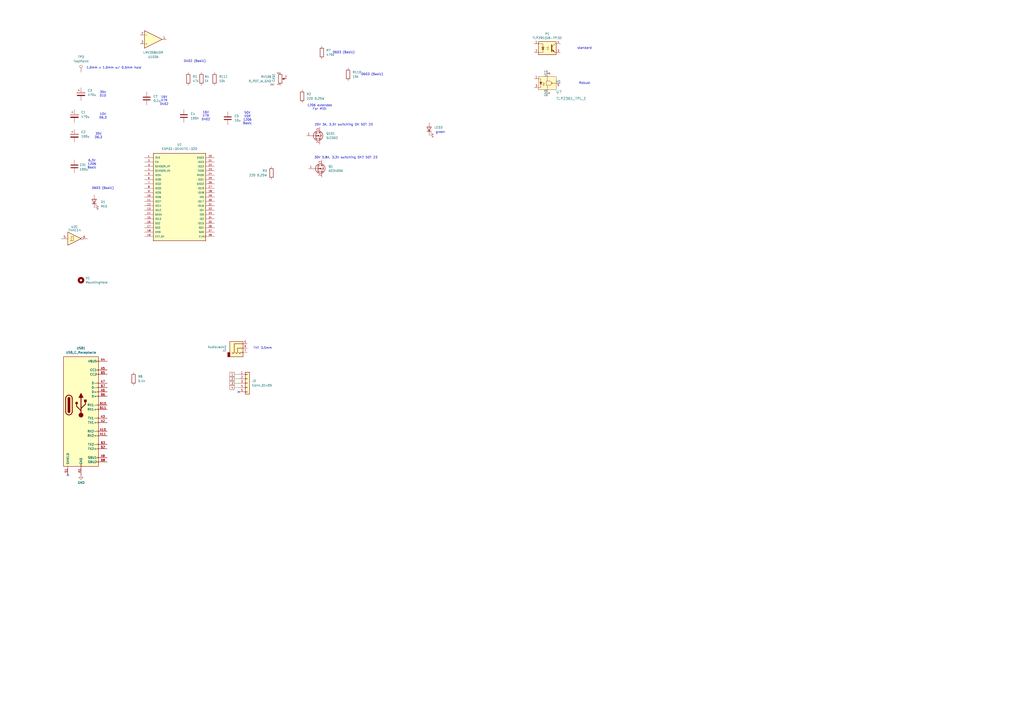
<source format=kicad_sch>
(kicad_sch
	(version 20250114)
	(generator "eeschema")
	(generator_version "9.0")
	(uuid "c8894eb7-d443-4c49-a051-ffaeb7afd5a5")
	(paper "A2")
	(lib_symbols
		(symbol "74xx:74HC14"
			(pin_names
				(offset 1.016)
			)
			(exclude_from_sim no)
			(in_bom yes)
			(on_board yes)
			(property "Reference" "U"
				(at 0 1.27 0)
				(effects
					(font
						(size 1.27 1.27)
					)
				)
			)
			(property "Value" "74HC14"
				(at 0 -1.27 0)
				(effects
					(font
						(size 1.27 1.27)
					)
				)
			)
			(property "Footprint" ""
				(at 0 0 0)
				(effects
					(font
						(size 1.27 1.27)
					)
					(hide yes)
				)
			)
			(property "Datasheet" "http://www.ti.com/lit/gpn/sn74HC14"
				(at 0 0 0)
				(effects
					(font
						(size 1.27 1.27)
					)
					(hide yes)
				)
			)
			(property "Description" "Hex inverter schmitt trigger"
				(at 0 0 0)
				(effects
					(font
						(size 1.27 1.27)
					)
					(hide yes)
				)
			)
			(property "ki_locked" ""
				(at 0 0 0)
				(effects
					(font
						(size 1.27 1.27)
					)
				)
			)
			(property "ki_keywords" "HCMOS not inverter"
				(at 0 0 0)
				(effects
					(font
						(size 1.27 1.27)
					)
					(hide yes)
				)
			)
			(property "ki_fp_filters" "DIP*W7.62mm*"
				(at 0 0 0)
				(effects
					(font
						(size 1.27 1.27)
					)
					(hide yes)
				)
			)
			(symbol "74HC14_1_0"
				(polyline
					(pts
						(xy -3.81 3.81) (xy -3.81 -3.81) (xy 3.81 0) (xy -3.81 3.81)
					)
					(stroke
						(width 0.254)
						(type default)
					)
					(fill
						(type background)
					)
				)
				(pin input line
					(at -7.62 0 0)
					(length 3.81)
					(name "~"
						(effects
							(font
								(size 1.27 1.27)
							)
						)
					)
					(number "1"
						(effects
							(font
								(size 1.27 1.27)
							)
						)
					)
				)
				(pin output inverted
					(at 7.62 0 180)
					(length 3.81)
					(name "~"
						(effects
							(font
								(size 1.27 1.27)
							)
						)
					)
					(number "2"
						(effects
							(font
								(size 1.27 1.27)
							)
						)
					)
				)
			)
			(symbol "74HC14_1_1"
				(polyline
					(pts
						(xy -2.54 -1.27) (xy -0.635 -1.27) (xy -0.635 1.27) (xy 0 1.27)
					)
					(stroke
						(width 0)
						(type default)
					)
					(fill
						(type none)
					)
				)
				(polyline
					(pts
						(xy -1.905 -1.27) (xy -1.905 1.27) (xy -0.635 1.27)
					)
					(stroke
						(width 0)
						(type default)
					)
					(fill
						(type none)
					)
				)
			)
			(symbol "74HC14_2_0"
				(polyline
					(pts
						(xy -3.81 3.81) (xy -3.81 -3.81) (xy 3.81 0) (xy -3.81 3.81)
					)
					(stroke
						(width 0.254)
						(type default)
					)
					(fill
						(type background)
					)
				)
				(pin input line
					(at -7.62 0 0)
					(length 3.81)
					(name "~"
						(effects
							(font
								(size 1.27 1.27)
							)
						)
					)
					(number "3"
						(effects
							(font
								(size 1.27 1.27)
							)
						)
					)
				)
				(pin output inverted
					(at 7.62 0 180)
					(length 3.81)
					(name "~"
						(effects
							(font
								(size 1.27 1.27)
							)
						)
					)
					(number "4"
						(effects
							(font
								(size 1.27 1.27)
							)
						)
					)
				)
			)
			(symbol "74HC14_2_1"
				(polyline
					(pts
						(xy -2.54 -1.27) (xy -0.635 -1.27) (xy -0.635 1.27) (xy 0 1.27)
					)
					(stroke
						(width 0)
						(type default)
					)
					(fill
						(type none)
					)
				)
				(polyline
					(pts
						(xy -1.905 -1.27) (xy -1.905 1.27) (xy -0.635 1.27)
					)
					(stroke
						(width 0)
						(type default)
					)
					(fill
						(type none)
					)
				)
			)
			(symbol "74HC14_3_0"
				(polyline
					(pts
						(xy -3.81 3.81) (xy -3.81 -3.81) (xy 3.81 0) (xy -3.81 3.81)
					)
					(stroke
						(width 0.254)
						(type default)
					)
					(fill
						(type background)
					)
				)
				(pin input line
					(at -7.62 0 0)
					(length 3.81)
					(name "~"
						(effects
							(font
								(size 1.27 1.27)
							)
						)
					)
					(number "5"
						(effects
							(font
								(size 1.27 1.27)
							)
						)
					)
				)
				(pin output inverted
					(at 7.62 0 180)
					(length 3.81)
					(name "~"
						(effects
							(font
								(size 1.27 1.27)
							)
						)
					)
					(number "6"
						(effects
							(font
								(size 1.27 1.27)
							)
						)
					)
				)
			)
			(symbol "74HC14_3_1"
				(polyline
					(pts
						(xy -2.54 -1.27) (xy -0.635 -1.27) (xy -0.635 1.27) (xy 0 1.27)
					)
					(stroke
						(width 0)
						(type default)
					)
					(fill
						(type none)
					)
				)
				(polyline
					(pts
						(xy -1.905 -1.27) (xy -1.905 1.27) (xy -0.635 1.27)
					)
					(stroke
						(width 0)
						(type default)
					)
					(fill
						(type none)
					)
				)
			)
			(symbol "74HC14_4_0"
				(polyline
					(pts
						(xy -3.81 3.81) (xy -3.81 -3.81) (xy 3.81 0) (xy -3.81 3.81)
					)
					(stroke
						(width 0.254)
						(type default)
					)
					(fill
						(type background)
					)
				)
				(pin input line
					(at -7.62 0 0)
					(length 3.81)
					(name "~"
						(effects
							(font
								(size 1.27 1.27)
							)
						)
					)
					(number "9"
						(effects
							(font
								(size 1.27 1.27)
							)
						)
					)
				)
				(pin output inverted
					(at 7.62 0 180)
					(length 3.81)
					(name "~"
						(effects
							(font
								(size 1.27 1.27)
							)
						)
					)
					(number "8"
						(effects
							(font
								(size 1.27 1.27)
							)
						)
					)
				)
			)
			(symbol "74HC14_4_1"
				(polyline
					(pts
						(xy -2.54 -1.27) (xy -0.635 -1.27) (xy -0.635 1.27) (xy 0 1.27)
					)
					(stroke
						(width 0)
						(type default)
					)
					(fill
						(type none)
					)
				)
				(polyline
					(pts
						(xy -1.905 -1.27) (xy -1.905 1.27) (xy -0.635 1.27)
					)
					(stroke
						(width 0)
						(type default)
					)
					(fill
						(type none)
					)
				)
			)
			(symbol "74HC14_5_0"
				(polyline
					(pts
						(xy -3.81 3.81) (xy -3.81 -3.81) (xy 3.81 0) (xy -3.81 3.81)
					)
					(stroke
						(width 0.254)
						(type default)
					)
					(fill
						(type background)
					)
				)
				(pin input line
					(at -7.62 0 0)
					(length 3.81)
					(name "~"
						(effects
							(font
								(size 1.27 1.27)
							)
						)
					)
					(number "11"
						(effects
							(font
								(size 1.27 1.27)
							)
						)
					)
				)
				(pin output inverted
					(at 7.62 0 180)
					(length 3.81)
					(name "~"
						(effects
							(font
								(size 1.27 1.27)
							)
						)
					)
					(number "10"
						(effects
							(font
								(size 1.27 1.27)
							)
						)
					)
				)
			)
			(symbol "74HC14_5_1"
				(polyline
					(pts
						(xy -2.54 -1.27) (xy -0.635 -1.27) (xy -0.635 1.27) (xy 0 1.27)
					)
					(stroke
						(width 0)
						(type default)
					)
					(fill
						(type none)
					)
				)
				(polyline
					(pts
						(xy -1.905 -1.27) (xy -1.905 1.27) (xy -0.635 1.27)
					)
					(stroke
						(width 0)
						(type default)
					)
					(fill
						(type none)
					)
				)
			)
			(symbol "74HC14_6_0"
				(polyline
					(pts
						(xy -3.81 3.81) (xy -3.81 -3.81) (xy 3.81 0) (xy -3.81 3.81)
					)
					(stroke
						(width 0.254)
						(type default)
					)
					(fill
						(type background)
					)
				)
				(pin input line
					(at -7.62 0 0)
					(length 3.81)
					(name "~"
						(effects
							(font
								(size 1.27 1.27)
							)
						)
					)
					(number "13"
						(effects
							(font
								(size 1.27 1.27)
							)
						)
					)
				)
				(pin output inverted
					(at 7.62 0 180)
					(length 3.81)
					(name "~"
						(effects
							(font
								(size 1.27 1.27)
							)
						)
					)
					(number "12"
						(effects
							(font
								(size 1.27 1.27)
							)
						)
					)
				)
			)
			(symbol "74HC14_6_1"
				(polyline
					(pts
						(xy -2.54 -1.27) (xy -0.635 -1.27) (xy -0.635 1.27) (xy 0 1.27)
					)
					(stroke
						(width 0)
						(type default)
					)
					(fill
						(type none)
					)
				)
				(polyline
					(pts
						(xy -1.905 -1.27) (xy -1.905 1.27) (xy -0.635 1.27)
					)
					(stroke
						(width 0)
						(type default)
					)
					(fill
						(type none)
					)
				)
			)
			(symbol "74HC14_7_0"
				(pin power_in line
					(at 0 12.7 270)
					(length 5.08)
					(name "VCC"
						(effects
							(font
								(size 1.27 1.27)
							)
						)
					)
					(number "14"
						(effects
							(font
								(size 1.27 1.27)
							)
						)
					)
				)
				(pin power_in line
					(at 0 -12.7 90)
					(length 5.08)
					(name "GND"
						(effects
							(font
								(size 1.27 1.27)
							)
						)
					)
					(number "7"
						(effects
							(font
								(size 1.27 1.27)
							)
						)
					)
				)
			)
			(symbol "74HC14_7_1"
				(rectangle
					(start -5.08 7.62)
					(end 5.08 -7.62)
					(stroke
						(width 0.254)
						(type default)
					)
					(fill
						(type background)
					)
				)
			)
			(embedded_fonts no)
		)
		(symbol "Amplifier_Operational:LMV358"
			(pin_names
				(offset 0.127)
			)
			(exclude_from_sim no)
			(in_bom yes)
			(on_board yes)
			(property "Reference" "U"
				(at 0 5.08 0)
				(effects
					(font
						(size 1.27 1.27)
					)
					(justify left)
				)
			)
			(property "Value" "LMV358"
				(at 0 -5.08 0)
				(effects
					(font
						(size 1.27 1.27)
					)
					(justify left)
				)
			)
			(property "Footprint" ""
				(at 0 0 0)
				(effects
					(font
						(size 1.27 1.27)
					)
					(hide yes)
				)
			)
			(property "Datasheet" "http://www.ti.com/lit/ds/symlink/lmv324.pdf"
				(at 0 0 0)
				(effects
					(font
						(size 1.27 1.27)
					)
					(hide yes)
				)
			)
			(property "Description" "Dual Low-Voltage Rail-to-Rail Output Operational Amplifiers, SOIC-8/SSOP-8"
				(at 0 0 0)
				(effects
					(font
						(size 1.27 1.27)
					)
					(hide yes)
				)
			)
			(property "ki_locked" ""
				(at 0 0 0)
				(effects
					(font
						(size 1.27 1.27)
					)
				)
			)
			(property "ki_keywords" "single opamp"
				(at 0 0 0)
				(effects
					(font
						(size 1.27 1.27)
					)
					(hide yes)
				)
			)
			(property "ki_fp_filters" "SOIC*3.9x4.9mm*P1.27mm* DIP*W7.62mm* TO*99* OnSemi*Micro8* TSSOP*3x3mm*P0.65mm* TSSOP*4.4x3mm*P0.65mm* MSOP*3x3mm*P0.65mm* SSOP*3.9x4.9mm*P0.635mm* LFCSP*2x2mm*P0.5mm* *SIP* SOIC*5.3x6.2mm*P1.27mm*"
				(at 0 0 0)
				(effects
					(font
						(size 1.27 1.27)
					)
					(hide yes)
				)
			)
			(symbol "LMV358_1_1"
				(polyline
					(pts
						(xy -5.08 5.08) (xy 5.08 0) (xy -5.08 -5.08) (xy -5.08 5.08)
					)
					(stroke
						(width 0.254)
						(type default)
					)
					(fill
						(type background)
					)
				)
				(pin input line
					(at -7.62 2.54 0)
					(length 2.54)
					(name "+"
						(effects
							(font
								(size 1.27 1.27)
							)
						)
					)
					(number "3"
						(effects
							(font
								(size 1.27 1.27)
							)
						)
					)
				)
				(pin input line
					(at -7.62 -2.54 0)
					(length 2.54)
					(name "-"
						(effects
							(font
								(size 1.27 1.27)
							)
						)
					)
					(number "2"
						(effects
							(font
								(size 1.27 1.27)
							)
						)
					)
				)
				(pin output line
					(at 7.62 0 180)
					(length 2.54)
					(name "~"
						(effects
							(font
								(size 1.27 1.27)
							)
						)
					)
					(number "1"
						(effects
							(font
								(size 1.27 1.27)
							)
						)
					)
				)
			)
			(symbol "LMV358_2_1"
				(polyline
					(pts
						(xy -5.08 5.08) (xy 5.08 0) (xy -5.08 -5.08) (xy -5.08 5.08)
					)
					(stroke
						(width 0.254)
						(type default)
					)
					(fill
						(type background)
					)
				)
				(pin input line
					(at -7.62 2.54 0)
					(length 2.54)
					(name "+"
						(effects
							(font
								(size 1.27 1.27)
							)
						)
					)
					(number "5"
						(effects
							(font
								(size 1.27 1.27)
							)
						)
					)
				)
				(pin input line
					(at -7.62 -2.54 0)
					(length 2.54)
					(name "-"
						(effects
							(font
								(size 1.27 1.27)
							)
						)
					)
					(number "6"
						(effects
							(font
								(size 1.27 1.27)
							)
						)
					)
				)
				(pin output line
					(at 7.62 0 180)
					(length 2.54)
					(name "~"
						(effects
							(font
								(size 1.27 1.27)
							)
						)
					)
					(number "7"
						(effects
							(font
								(size 1.27 1.27)
							)
						)
					)
				)
			)
			(symbol "LMV358_3_1"
				(pin power_in line
					(at -2.54 7.62 270)
					(length 3.81)
					(name "V+"
						(effects
							(font
								(size 1.27 1.27)
							)
						)
					)
					(number "8"
						(effects
							(font
								(size 1.27 1.27)
							)
						)
					)
				)
				(pin power_in line
					(at -2.54 -7.62 90)
					(length 3.81)
					(name "V-"
						(effects
							(font
								(size 1.27 1.27)
							)
						)
					)
					(number "4"
						(effects
							(font
								(size 1.27 1.27)
							)
						)
					)
				)
			)
			(embedded_fonts no)
		)
		(symbol "Connector:TestPoint"
			(pin_numbers
				(hide yes)
			)
			(pin_names
				(offset 0.762)
				(hide yes)
			)
			(exclude_from_sim no)
			(in_bom yes)
			(on_board yes)
			(property "Reference" "TP"
				(at 0 6.858 0)
				(effects
					(font
						(size 1.27 1.27)
					)
				)
			)
			(property "Value" "TestPoint"
				(at 0 5.08 0)
				(effects
					(font
						(size 1.27 1.27)
					)
				)
			)
			(property "Footprint" ""
				(at 5.08 0 0)
				(effects
					(font
						(size 1.27 1.27)
					)
					(hide yes)
				)
			)
			(property "Datasheet" "~"
				(at 5.08 0 0)
				(effects
					(font
						(size 1.27 1.27)
					)
					(hide yes)
				)
			)
			(property "Description" "test point"
				(at 0 0 0)
				(effects
					(font
						(size 1.27 1.27)
					)
					(hide yes)
				)
			)
			(property "ki_keywords" "test point tp"
				(at 0 0 0)
				(effects
					(font
						(size 1.27 1.27)
					)
					(hide yes)
				)
			)
			(property "ki_fp_filters" "Pin* Test*"
				(at 0 0 0)
				(effects
					(font
						(size 1.27 1.27)
					)
					(hide yes)
				)
			)
			(symbol "TestPoint_0_1"
				(circle
					(center 0 3.302)
					(radius 0.762)
					(stroke
						(width 0)
						(type default)
					)
					(fill
						(type none)
					)
				)
			)
			(symbol "TestPoint_1_1"
				(pin passive line
					(at 0 0 90)
					(length 2.54)
					(name "1"
						(effects
							(font
								(size 1.27 1.27)
							)
						)
					)
					(number "1"
						(effects
							(font
								(size 1.27 1.27)
							)
						)
					)
				)
			)
			(embedded_fonts no)
		)
		(symbol "Connector:USB_C_Receptacle"
			(pin_names
				(offset 1.016)
			)
			(exclude_from_sim no)
			(in_bom yes)
			(on_board yes)
			(property "Reference" "J"
				(at -10.16 29.21 0)
				(effects
					(font
						(size 1.27 1.27)
					)
					(justify left)
				)
			)
			(property "Value" "USB_C_Receptacle"
				(at 10.16 29.21 0)
				(effects
					(font
						(size 1.27 1.27)
					)
					(justify right)
				)
			)
			(property "Footprint" ""
				(at 3.81 0 0)
				(effects
					(font
						(size 1.27 1.27)
					)
					(hide yes)
				)
			)
			(property "Datasheet" "https://www.usb.org/sites/default/files/documents/usb_type-c.zip"
				(at 3.81 0 0)
				(effects
					(font
						(size 1.27 1.27)
					)
					(hide yes)
				)
			)
			(property "Description" "USB Full-Featured Type-C Receptacle connector"
				(at 0 0 0)
				(effects
					(font
						(size 1.27 1.27)
					)
					(hide yes)
				)
			)
			(property "ki_keywords" "usb universal serial bus type-C full-featured"
				(at 0 0 0)
				(effects
					(font
						(size 1.27 1.27)
					)
					(hide yes)
				)
			)
			(property "ki_fp_filters" "USB*C*Receptacle*"
				(at 0 0 0)
				(effects
					(font
						(size 1.27 1.27)
					)
					(hide yes)
				)
			)
			(symbol "USB_C_Receptacle_0_0"
				(rectangle
					(start -0.254 -35.56)
					(end 0.254 -34.544)
					(stroke
						(width 0)
						(type default)
					)
					(fill
						(type none)
					)
				)
				(rectangle
					(start 10.16 25.654)
					(end 9.144 25.146)
					(stroke
						(width 0)
						(type default)
					)
					(fill
						(type none)
					)
				)
				(rectangle
					(start 10.16 20.574)
					(end 9.144 20.066)
					(stroke
						(width 0)
						(type default)
					)
					(fill
						(type none)
					)
				)
				(rectangle
					(start 10.16 18.034)
					(end 9.144 17.526)
					(stroke
						(width 0)
						(type default)
					)
					(fill
						(type none)
					)
				)
				(rectangle
					(start 10.16 12.954)
					(end 9.144 12.446)
					(stroke
						(width 0)
						(type default)
					)
					(fill
						(type none)
					)
				)
				(rectangle
					(start 10.16 10.414)
					(end 9.144 9.906)
					(stroke
						(width 0)
						(type default)
					)
					(fill
						(type none)
					)
				)
				(rectangle
					(start 10.16 7.874)
					(end 9.144 7.366)
					(stroke
						(width 0)
						(type default)
					)
					(fill
						(type none)
					)
				)
				(rectangle
					(start 10.16 5.334)
					(end 9.144 4.826)
					(stroke
						(width 0)
						(type default)
					)
					(fill
						(type none)
					)
				)
				(rectangle
					(start 10.16 0.254)
					(end 9.144 -0.254)
					(stroke
						(width 0)
						(type default)
					)
					(fill
						(type none)
					)
				)
				(rectangle
					(start 10.16 -2.286)
					(end 9.144 -2.794)
					(stroke
						(width 0)
						(type default)
					)
					(fill
						(type none)
					)
				)
				(rectangle
					(start 10.16 -7.366)
					(end 9.144 -7.874)
					(stroke
						(width 0)
						(type default)
					)
					(fill
						(type none)
					)
				)
				(rectangle
					(start 10.16 -9.906)
					(end 9.144 -10.414)
					(stroke
						(width 0)
						(type default)
					)
					(fill
						(type none)
					)
				)
				(rectangle
					(start 10.16 -14.986)
					(end 9.144 -15.494)
					(stroke
						(width 0)
						(type default)
					)
					(fill
						(type none)
					)
				)
				(rectangle
					(start 10.16 -17.526)
					(end 9.144 -18.034)
					(stroke
						(width 0)
						(type default)
					)
					(fill
						(type none)
					)
				)
				(rectangle
					(start 10.16 -22.606)
					(end 9.144 -23.114)
					(stroke
						(width 0)
						(type default)
					)
					(fill
						(type none)
					)
				)
				(rectangle
					(start 10.16 -25.146)
					(end 9.144 -25.654)
					(stroke
						(width 0)
						(type default)
					)
					(fill
						(type none)
					)
				)
				(rectangle
					(start 10.16 -30.226)
					(end 9.144 -30.734)
					(stroke
						(width 0)
						(type default)
					)
					(fill
						(type none)
					)
				)
				(rectangle
					(start 10.16 -32.766)
					(end 9.144 -33.274)
					(stroke
						(width 0)
						(type default)
					)
					(fill
						(type none)
					)
				)
			)
			(symbol "USB_C_Receptacle_0_1"
				(rectangle
					(start -10.16 27.94)
					(end 10.16 -35.56)
					(stroke
						(width 0.254)
						(type default)
					)
					(fill
						(type background)
					)
				)
				(polyline
					(pts
						(xy -8.89 -3.81) (xy -8.89 3.81)
					)
					(stroke
						(width 0.508)
						(type default)
					)
					(fill
						(type none)
					)
				)
				(rectangle
					(start -7.62 -3.81)
					(end -6.35 3.81)
					(stroke
						(width 0.254)
						(type default)
					)
					(fill
						(type outline)
					)
				)
				(arc
					(start -7.62 3.81)
					(mid -6.985 4.4423)
					(end -6.35 3.81)
					(stroke
						(width 0.254)
						(type default)
					)
					(fill
						(type none)
					)
				)
				(arc
					(start -7.62 3.81)
					(mid -6.985 4.4423)
					(end -6.35 3.81)
					(stroke
						(width 0.254)
						(type default)
					)
					(fill
						(type outline)
					)
				)
				(arc
					(start -8.89 3.81)
					(mid -6.985 5.7067)
					(end -5.08 3.81)
					(stroke
						(width 0.508)
						(type default)
					)
					(fill
						(type none)
					)
				)
				(arc
					(start -5.08 -3.81)
					(mid -6.985 -5.7067)
					(end -8.89 -3.81)
					(stroke
						(width 0.508)
						(type default)
					)
					(fill
						(type none)
					)
				)
				(arc
					(start -6.35 -3.81)
					(mid -6.985 -4.4423)
					(end -7.62 -3.81)
					(stroke
						(width 0.254)
						(type default)
					)
					(fill
						(type none)
					)
				)
				(arc
					(start -6.35 -3.81)
					(mid -6.985 -4.4423)
					(end -7.62 -3.81)
					(stroke
						(width 0.254)
						(type default)
					)
					(fill
						(type outline)
					)
				)
				(polyline
					(pts
						(xy -5.08 3.81) (xy -5.08 -3.81)
					)
					(stroke
						(width 0.508)
						(type default)
					)
					(fill
						(type none)
					)
				)
			)
			(symbol "USB_C_Receptacle_1_1"
				(circle
					(center -2.54 1.143)
					(radius 0.635)
					(stroke
						(width 0.254)
						(type default)
					)
					(fill
						(type outline)
					)
				)
				(polyline
					(pts
						(xy -1.27 4.318) (xy 0 6.858) (xy 1.27 4.318) (xy -1.27 4.318)
					)
					(stroke
						(width 0.254)
						(type default)
					)
					(fill
						(type outline)
					)
				)
				(polyline
					(pts
						(xy 0 -2.032) (xy 2.54 0.508) (xy 2.54 1.778)
					)
					(stroke
						(width 0.508)
						(type default)
					)
					(fill
						(type none)
					)
				)
				(polyline
					(pts
						(xy 0 -3.302) (xy -2.54 -0.762) (xy -2.54 0.508)
					)
					(stroke
						(width 0.508)
						(type default)
					)
					(fill
						(type none)
					)
				)
				(polyline
					(pts
						(xy 0 -5.842) (xy 0 4.318)
					)
					(stroke
						(width 0.508)
						(type default)
					)
					(fill
						(type none)
					)
				)
				(circle
					(center 0 -5.842)
					(radius 1.27)
					(stroke
						(width 0)
						(type default)
					)
					(fill
						(type outline)
					)
				)
				(rectangle
					(start 1.905 1.778)
					(end 3.175 3.048)
					(stroke
						(width 0.254)
						(type default)
					)
					(fill
						(type outline)
					)
				)
				(pin passive line
					(at -7.62 -40.64 90)
					(length 5.08)
					(name "SHIELD"
						(effects
							(font
								(size 1.27 1.27)
							)
						)
					)
					(number "S1"
						(effects
							(font
								(size 1.27 1.27)
							)
						)
					)
				)
				(pin passive line
					(at 0 -40.64 90)
					(length 5.08)
					(name "GND"
						(effects
							(font
								(size 1.27 1.27)
							)
						)
					)
					(number "A1"
						(effects
							(font
								(size 1.27 1.27)
							)
						)
					)
				)
				(pin passive line
					(at 0 -40.64 90)
					(length 5.08)
					(hide yes)
					(name "GND"
						(effects
							(font
								(size 1.27 1.27)
							)
						)
					)
					(number "A12"
						(effects
							(font
								(size 1.27 1.27)
							)
						)
					)
				)
				(pin passive line
					(at 0 -40.64 90)
					(length 5.08)
					(hide yes)
					(name "GND"
						(effects
							(font
								(size 1.27 1.27)
							)
						)
					)
					(number "B1"
						(effects
							(font
								(size 1.27 1.27)
							)
						)
					)
				)
				(pin passive line
					(at 0 -40.64 90)
					(length 5.08)
					(hide yes)
					(name "GND"
						(effects
							(font
								(size 1.27 1.27)
							)
						)
					)
					(number "B12"
						(effects
							(font
								(size 1.27 1.27)
							)
						)
					)
				)
				(pin passive line
					(at 15.24 25.4 180)
					(length 5.08)
					(name "VBUS"
						(effects
							(font
								(size 1.27 1.27)
							)
						)
					)
					(number "A4"
						(effects
							(font
								(size 1.27 1.27)
							)
						)
					)
				)
				(pin passive line
					(at 15.24 25.4 180)
					(length 5.08)
					(hide yes)
					(name "VBUS"
						(effects
							(font
								(size 1.27 1.27)
							)
						)
					)
					(number "A9"
						(effects
							(font
								(size 1.27 1.27)
							)
						)
					)
				)
				(pin passive line
					(at 15.24 25.4 180)
					(length 5.08)
					(hide yes)
					(name "VBUS"
						(effects
							(font
								(size 1.27 1.27)
							)
						)
					)
					(number "B4"
						(effects
							(font
								(size 1.27 1.27)
							)
						)
					)
				)
				(pin passive line
					(at 15.24 25.4 180)
					(length 5.08)
					(hide yes)
					(name "VBUS"
						(effects
							(font
								(size 1.27 1.27)
							)
						)
					)
					(number "B9"
						(effects
							(font
								(size 1.27 1.27)
							)
						)
					)
				)
				(pin bidirectional line
					(at 15.24 20.32 180)
					(length 5.08)
					(name "CC1"
						(effects
							(font
								(size 1.27 1.27)
							)
						)
					)
					(number "A5"
						(effects
							(font
								(size 1.27 1.27)
							)
						)
					)
				)
				(pin bidirectional line
					(at 15.24 17.78 180)
					(length 5.08)
					(name "CC2"
						(effects
							(font
								(size 1.27 1.27)
							)
						)
					)
					(number "B5"
						(effects
							(font
								(size 1.27 1.27)
							)
						)
					)
				)
				(pin bidirectional line
					(at 15.24 12.7 180)
					(length 5.08)
					(name "D-"
						(effects
							(font
								(size 1.27 1.27)
							)
						)
					)
					(number "A7"
						(effects
							(font
								(size 1.27 1.27)
							)
						)
					)
				)
				(pin bidirectional line
					(at 15.24 10.16 180)
					(length 5.08)
					(name "D-"
						(effects
							(font
								(size 1.27 1.27)
							)
						)
					)
					(number "B7"
						(effects
							(font
								(size 1.27 1.27)
							)
						)
					)
				)
				(pin bidirectional line
					(at 15.24 7.62 180)
					(length 5.08)
					(name "D+"
						(effects
							(font
								(size 1.27 1.27)
							)
						)
					)
					(number "A6"
						(effects
							(font
								(size 1.27 1.27)
							)
						)
					)
				)
				(pin bidirectional line
					(at 15.24 5.08 180)
					(length 5.08)
					(name "D+"
						(effects
							(font
								(size 1.27 1.27)
							)
						)
					)
					(number "B6"
						(effects
							(font
								(size 1.27 1.27)
							)
						)
					)
				)
				(pin bidirectional line
					(at 15.24 0 180)
					(length 5.08)
					(name "RX1-"
						(effects
							(font
								(size 1.27 1.27)
							)
						)
					)
					(number "B10"
						(effects
							(font
								(size 1.27 1.27)
							)
						)
					)
				)
				(pin bidirectional line
					(at 15.24 -2.54 180)
					(length 5.08)
					(name "RX1+"
						(effects
							(font
								(size 1.27 1.27)
							)
						)
					)
					(number "B11"
						(effects
							(font
								(size 1.27 1.27)
							)
						)
					)
				)
				(pin bidirectional line
					(at 15.24 -7.62 180)
					(length 5.08)
					(name "TX1-"
						(effects
							(font
								(size 1.27 1.27)
							)
						)
					)
					(number "A3"
						(effects
							(font
								(size 1.27 1.27)
							)
						)
					)
				)
				(pin bidirectional line
					(at 15.24 -10.16 180)
					(length 5.08)
					(name "TX1+"
						(effects
							(font
								(size 1.27 1.27)
							)
						)
					)
					(number "A2"
						(effects
							(font
								(size 1.27 1.27)
							)
						)
					)
				)
				(pin bidirectional line
					(at 15.24 -15.24 180)
					(length 5.08)
					(name "RX2-"
						(effects
							(font
								(size 1.27 1.27)
							)
						)
					)
					(number "A10"
						(effects
							(font
								(size 1.27 1.27)
							)
						)
					)
				)
				(pin bidirectional line
					(at 15.24 -17.78 180)
					(length 5.08)
					(name "RX2+"
						(effects
							(font
								(size 1.27 1.27)
							)
						)
					)
					(number "A11"
						(effects
							(font
								(size 1.27 1.27)
							)
						)
					)
				)
				(pin bidirectional line
					(at 15.24 -22.86 180)
					(length 5.08)
					(name "TX2-"
						(effects
							(font
								(size 1.27 1.27)
							)
						)
					)
					(number "B3"
						(effects
							(font
								(size 1.27 1.27)
							)
						)
					)
				)
				(pin bidirectional line
					(at 15.24 -25.4 180)
					(length 5.08)
					(name "TX2+"
						(effects
							(font
								(size 1.27 1.27)
							)
						)
					)
					(number "B2"
						(effects
							(font
								(size 1.27 1.27)
							)
						)
					)
				)
				(pin bidirectional line
					(at 15.24 -30.48 180)
					(length 5.08)
					(name "SBU1"
						(effects
							(font
								(size 1.27 1.27)
							)
						)
					)
					(number "A8"
						(effects
							(font
								(size 1.27 1.27)
							)
						)
					)
				)
				(pin bidirectional line
					(at 15.24 -33.02 180)
					(length 5.08)
					(name "SBU2"
						(effects
							(font
								(size 1.27 1.27)
							)
						)
					)
					(number "B8"
						(effects
							(font
								(size 1.27 1.27)
							)
						)
					)
				)
			)
			(embedded_fonts no)
		)
		(symbol "Connector_Audio:AudioJack3"
			(exclude_from_sim no)
			(in_bom yes)
			(on_board yes)
			(property "Reference" "J"
				(at 0 8.89 0)
				(effects
					(font
						(size 1.27 1.27)
					)
				)
			)
			(property "Value" "AudioJack3"
				(at 0 6.35 0)
				(effects
					(font
						(size 1.27 1.27)
					)
				)
			)
			(property "Footprint" ""
				(at 0 0 0)
				(effects
					(font
						(size 1.27 1.27)
					)
					(hide yes)
				)
			)
			(property "Datasheet" "~"
				(at 0 0 0)
				(effects
					(font
						(size 1.27 1.27)
					)
					(hide yes)
				)
			)
			(property "Description" "Audio Jack, 3 Poles (Stereo / TRS)"
				(at 0 0 0)
				(effects
					(font
						(size 1.27 1.27)
					)
					(hide yes)
				)
			)
			(property "ki_keywords" "audio jack receptacle stereo headphones phones TRS connector"
				(at 0 0 0)
				(effects
					(font
						(size 1.27 1.27)
					)
					(hide yes)
				)
			)
			(property "ki_fp_filters" "Jack*"
				(at 0 0 0)
				(effects
					(font
						(size 1.27 1.27)
					)
					(hide yes)
				)
			)
			(symbol "AudioJack3_0_1"
				(rectangle
					(start -5.08 -5.08)
					(end -6.35 -2.54)
					(stroke
						(width 0.254)
						(type default)
					)
					(fill
						(type outline)
					)
				)
				(polyline
					(pts
						(xy -1.905 -2.54) (xy -1.27 -3.175) (xy -0.635 -2.54) (xy -0.635 0) (xy 2.54 0)
					)
					(stroke
						(width 0.254)
						(type default)
					)
					(fill
						(type none)
					)
				)
				(polyline
					(pts
						(xy 0 -2.54) (xy 0.635 -3.175) (xy 1.27 -2.54) (xy 2.54 -2.54)
					)
					(stroke
						(width 0.254)
						(type default)
					)
					(fill
						(type none)
					)
				)
				(rectangle
					(start 2.54 3.81)
					(end -5.08 -5.08)
					(stroke
						(width 0.254)
						(type default)
					)
					(fill
						(type background)
					)
				)
				(polyline
					(pts
						(xy 2.54 2.54) (xy -2.54 2.54) (xy -2.54 -2.54) (xy -3.175 -3.175) (xy -3.81 -2.54)
					)
					(stroke
						(width 0.254)
						(type default)
					)
					(fill
						(type none)
					)
				)
			)
			(symbol "AudioJack3_1_1"
				(pin passive line
					(at 5.08 2.54 180)
					(length 2.54)
					(name "~"
						(effects
							(font
								(size 1.27 1.27)
							)
						)
					)
					(number "S"
						(effects
							(font
								(size 1.27 1.27)
							)
						)
					)
				)
				(pin passive line
					(at 5.08 0 180)
					(length 2.54)
					(name "~"
						(effects
							(font
								(size 1.27 1.27)
							)
						)
					)
					(number "R"
						(effects
							(font
								(size 1.27 1.27)
							)
						)
					)
				)
				(pin passive line
					(at 5.08 -2.54 180)
					(length 2.54)
					(name "~"
						(effects
							(font
								(size 1.27 1.27)
							)
						)
					)
					(number "T"
						(effects
							(font
								(size 1.27 1.27)
							)
						)
					)
				)
			)
			(embedded_fonts no)
		)
		(symbol "Connector_Generic:Conn_01x05"
			(pin_names
				(offset 1.016)
				(hide yes)
			)
			(exclude_from_sim no)
			(in_bom yes)
			(on_board yes)
			(property "Reference" "J"
				(at 0 7.62 0)
				(effects
					(font
						(size 1.27 1.27)
					)
				)
			)
			(property "Value" "Conn_01x05"
				(at 0 -7.62 0)
				(effects
					(font
						(size 1.27 1.27)
					)
				)
			)
			(property "Footprint" ""
				(at 0 0 0)
				(effects
					(font
						(size 1.27 1.27)
					)
					(hide yes)
				)
			)
			(property "Datasheet" "~"
				(at 0 0 0)
				(effects
					(font
						(size 1.27 1.27)
					)
					(hide yes)
				)
			)
			(property "Description" "Generic connector, single row, 01x05, script generated (kicad-library-utils/schlib/autogen/connector/)"
				(at 0 0 0)
				(effects
					(font
						(size 1.27 1.27)
					)
					(hide yes)
				)
			)
			(property "ki_keywords" "connector"
				(at 0 0 0)
				(effects
					(font
						(size 1.27 1.27)
					)
					(hide yes)
				)
			)
			(property "ki_fp_filters" "Connector*:*_1x??_*"
				(at 0 0 0)
				(effects
					(font
						(size 1.27 1.27)
					)
					(hide yes)
				)
			)
			(symbol "Conn_01x05_1_1"
				(rectangle
					(start -1.27 6.35)
					(end 1.27 -6.35)
					(stroke
						(width 0.254)
						(type default)
					)
					(fill
						(type background)
					)
				)
				(rectangle
					(start -1.27 5.207)
					(end 0 4.953)
					(stroke
						(width 0.1524)
						(type default)
					)
					(fill
						(type none)
					)
				)
				(rectangle
					(start -1.27 2.667)
					(end 0 2.413)
					(stroke
						(width 0.1524)
						(type default)
					)
					(fill
						(type none)
					)
				)
				(rectangle
					(start -1.27 0.127)
					(end 0 -0.127)
					(stroke
						(width 0.1524)
						(type default)
					)
					(fill
						(type none)
					)
				)
				(rectangle
					(start -1.27 -2.413)
					(end 0 -2.667)
					(stroke
						(width 0.1524)
						(type default)
					)
					(fill
						(type none)
					)
				)
				(rectangle
					(start -1.27 -4.953)
					(end 0 -5.207)
					(stroke
						(width 0.1524)
						(type default)
					)
					(fill
						(type none)
					)
				)
				(pin passive line
					(at -5.08 5.08 0)
					(length 3.81)
					(name "Pin_1"
						(effects
							(font
								(size 1.27 1.27)
							)
						)
					)
					(number "1"
						(effects
							(font
								(size 1.27 1.27)
							)
						)
					)
				)
				(pin passive line
					(at -5.08 2.54 0)
					(length 3.81)
					(name "Pin_2"
						(effects
							(font
								(size 1.27 1.27)
							)
						)
					)
					(number "2"
						(effects
							(font
								(size 1.27 1.27)
							)
						)
					)
				)
				(pin passive line
					(at -5.08 0 0)
					(length 3.81)
					(name "Pin_3"
						(effects
							(font
								(size 1.27 1.27)
							)
						)
					)
					(number "3"
						(effects
							(font
								(size 1.27 1.27)
							)
						)
					)
				)
				(pin passive line
					(at -5.08 -2.54 0)
					(length 3.81)
					(name "Pin_4"
						(effects
							(font
								(size 1.27 1.27)
							)
						)
					)
					(number "4"
						(effects
							(font
								(size 1.27 1.27)
							)
						)
					)
				)
				(pin passive line
					(at -5.08 -5.08 0)
					(length 3.81)
					(name "Pin_5"
						(effects
							(font
								(size 1.27 1.27)
							)
						)
					)
					(number "5"
						(effects
							(font
								(size 1.27 1.27)
							)
						)
					)
				)
			)
			(embedded_fonts no)
		)
		(symbol "Device:C"
			(pin_numbers
				(hide yes)
			)
			(pin_names
				(offset 0.254)
			)
			(exclude_from_sim no)
			(in_bom yes)
			(on_board yes)
			(property "Reference" "C"
				(at 0.635 2.54 0)
				(effects
					(font
						(size 1.27 1.27)
					)
					(justify left)
				)
			)
			(property "Value" "C"
				(at 0.635 -2.54 0)
				(effects
					(font
						(size 1.27 1.27)
					)
					(justify left)
				)
			)
			(property "Footprint" ""
				(at 0.9652 -3.81 0)
				(effects
					(font
						(size 1.27 1.27)
					)
					(hide yes)
				)
			)
			(property "Datasheet" "~"
				(at 0 0 0)
				(effects
					(font
						(size 1.27 1.27)
					)
					(hide yes)
				)
			)
			(property "Description" "Unpolarized capacitor"
				(at 0 0 0)
				(effects
					(font
						(size 1.27 1.27)
					)
					(hide yes)
				)
			)
			(property "ki_keywords" "cap capacitor"
				(at 0 0 0)
				(effects
					(font
						(size 1.27 1.27)
					)
					(hide yes)
				)
			)
			(property "ki_fp_filters" "C_*"
				(at 0 0 0)
				(effects
					(font
						(size 1.27 1.27)
					)
					(hide yes)
				)
			)
			(symbol "C_0_1"
				(polyline
					(pts
						(xy -2.032 0.762) (xy 2.032 0.762)
					)
					(stroke
						(width 0.508)
						(type default)
					)
					(fill
						(type none)
					)
				)
				(polyline
					(pts
						(xy -2.032 -0.762) (xy 2.032 -0.762)
					)
					(stroke
						(width 0.508)
						(type default)
					)
					(fill
						(type none)
					)
				)
			)
			(symbol "C_1_1"
				(pin passive line
					(at 0 3.81 270)
					(length 2.794)
					(name "~"
						(effects
							(font
								(size 1.27 1.27)
							)
						)
					)
					(number "1"
						(effects
							(font
								(size 1.27 1.27)
							)
						)
					)
				)
				(pin passive line
					(at 0 -3.81 90)
					(length 2.794)
					(name "~"
						(effects
							(font
								(size 1.27 1.27)
							)
						)
					)
					(number "2"
						(effects
							(font
								(size 1.27 1.27)
							)
						)
					)
				)
			)
			(embedded_fonts no)
		)
		(symbol "Device:C_Polarized"
			(pin_numbers
				(hide yes)
			)
			(pin_names
				(offset 0.254)
			)
			(exclude_from_sim no)
			(in_bom yes)
			(on_board yes)
			(property "Reference" "C"
				(at 0.635 2.54 0)
				(effects
					(font
						(size 1.27 1.27)
					)
					(justify left)
				)
			)
			(property "Value" "C_Polarized"
				(at 0.635 -2.54 0)
				(effects
					(font
						(size 1.27 1.27)
					)
					(justify left)
				)
			)
			(property "Footprint" ""
				(at 0.9652 -3.81 0)
				(effects
					(font
						(size 1.27 1.27)
					)
					(hide yes)
				)
			)
			(property "Datasheet" "~"
				(at 0 0 0)
				(effects
					(font
						(size 1.27 1.27)
					)
					(hide yes)
				)
			)
			(property "Description" "Polarized capacitor"
				(at 0 0 0)
				(effects
					(font
						(size 1.27 1.27)
					)
					(hide yes)
				)
			)
			(property "ki_keywords" "cap capacitor"
				(at 0 0 0)
				(effects
					(font
						(size 1.27 1.27)
					)
					(hide yes)
				)
			)
			(property "ki_fp_filters" "CP_*"
				(at 0 0 0)
				(effects
					(font
						(size 1.27 1.27)
					)
					(hide yes)
				)
			)
			(symbol "C_Polarized_0_1"
				(rectangle
					(start -2.286 0.508)
					(end 2.286 1.016)
					(stroke
						(width 0)
						(type default)
					)
					(fill
						(type none)
					)
				)
				(polyline
					(pts
						(xy -1.778 2.286) (xy -0.762 2.286)
					)
					(stroke
						(width 0)
						(type default)
					)
					(fill
						(type none)
					)
				)
				(polyline
					(pts
						(xy -1.27 2.794) (xy -1.27 1.778)
					)
					(stroke
						(width 0)
						(type default)
					)
					(fill
						(type none)
					)
				)
				(rectangle
					(start 2.286 -0.508)
					(end -2.286 -1.016)
					(stroke
						(width 0)
						(type default)
					)
					(fill
						(type outline)
					)
				)
			)
			(symbol "C_Polarized_1_1"
				(pin passive line
					(at 0 3.81 270)
					(length 2.794)
					(name "~"
						(effects
							(font
								(size 1.27 1.27)
							)
						)
					)
					(number "1"
						(effects
							(font
								(size 1.27 1.27)
							)
						)
					)
				)
				(pin passive line
					(at 0 -3.81 90)
					(length 2.794)
					(name "~"
						(effects
							(font
								(size 1.27 1.27)
							)
						)
					)
					(number "2"
						(effects
							(font
								(size 1.27 1.27)
							)
						)
					)
				)
			)
			(embedded_fonts no)
		)
		(symbol "Device:LED"
			(pin_numbers
				(hide yes)
			)
			(pin_names
				(offset 1.016)
				(hide yes)
			)
			(exclude_from_sim no)
			(in_bom yes)
			(on_board yes)
			(property "Reference" "D"
				(at 0 2.54 0)
				(effects
					(font
						(size 1.27 1.27)
					)
				)
			)
			(property "Value" "LED"
				(at 0 -2.54 0)
				(effects
					(font
						(size 1.27 1.27)
					)
				)
			)
			(property "Footprint" ""
				(at 0 0 0)
				(effects
					(font
						(size 1.27 1.27)
					)
					(hide yes)
				)
			)
			(property "Datasheet" "~"
				(at 0 0 0)
				(effects
					(font
						(size 1.27 1.27)
					)
					(hide yes)
				)
			)
			(property "Description" "Light emitting diode"
				(at 0 0 0)
				(effects
					(font
						(size 1.27 1.27)
					)
					(hide yes)
				)
			)
			(property "ki_keywords" "LED diode"
				(at 0 0 0)
				(effects
					(font
						(size 1.27 1.27)
					)
					(hide yes)
				)
			)
			(property "ki_fp_filters" "LED* LED_SMD:* LED_THT:*"
				(at 0 0 0)
				(effects
					(font
						(size 1.27 1.27)
					)
					(hide yes)
				)
			)
			(symbol "LED_0_1"
				(polyline
					(pts
						(xy -3.048 -0.762) (xy -4.572 -2.286) (xy -3.81 -2.286) (xy -4.572 -2.286) (xy -4.572 -1.524)
					)
					(stroke
						(width 0)
						(type default)
					)
					(fill
						(type none)
					)
				)
				(polyline
					(pts
						(xy -1.778 -0.762) (xy -3.302 -2.286) (xy -2.54 -2.286) (xy -3.302 -2.286) (xy -3.302 -1.524)
					)
					(stroke
						(width 0)
						(type default)
					)
					(fill
						(type none)
					)
				)
				(polyline
					(pts
						(xy -1.27 0) (xy 1.27 0)
					)
					(stroke
						(width 0)
						(type default)
					)
					(fill
						(type none)
					)
				)
				(polyline
					(pts
						(xy -1.27 -1.27) (xy -1.27 1.27)
					)
					(stroke
						(width 0.254)
						(type default)
					)
					(fill
						(type none)
					)
				)
				(polyline
					(pts
						(xy 1.27 -1.27) (xy 1.27 1.27) (xy -1.27 0) (xy 1.27 -1.27)
					)
					(stroke
						(width 0.254)
						(type default)
					)
					(fill
						(type none)
					)
				)
			)
			(symbol "LED_1_1"
				(pin passive line
					(at -3.81 0 0)
					(length 2.54)
					(name "K"
						(effects
							(font
								(size 1.27 1.27)
							)
						)
					)
					(number "1"
						(effects
							(font
								(size 1.27 1.27)
							)
						)
					)
				)
				(pin passive line
					(at 3.81 0 180)
					(length 2.54)
					(name "A"
						(effects
							(font
								(size 1.27 1.27)
							)
						)
					)
					(number "2"
						(effects
							(font
								(size 1.27 1.27)
							)
						)
					)
				)
			)
			(embedded_fonts no)
		)
		(symbol "Device:Q_NMOS_GSD"
			(pin_names
				(offset 0)
				(hide yes)
			)
			(exclude_from_sim no)
			(in_bom yes)
			(on_board yes)
			(property "Reference" "Q"
				(at 5.08 1.27 0)
				(effects
					(font
						(size 1.27 1.27)
					)
					(justify left)
				)
			)
			(property "Value" "Q_NMOS_GSD"
				(at 5.08 -1.27 0)
				(effects
					(font
						(size 1.27 1.27)
					)
					(justify left)
				)
			)
			(property "Footprint" ""
				(at 5.08 2.54 0)
				(effects
					(font
						(size 1.27 1.27)
					)
					(hide yes)
				)
			)
			(property "Datasheet" "~"
				(at 0 0 0)
				(effects
					(font
						(size 1.27 1.27)
					)
					(hide yes)
				)
			)
			(property "Description" "N-MOSFET transistor, gate/source/drain"
				(at 0 0 0)
				(effects
					(font
						(size 1.27 1.27)
					)
					(hide yes)
				)
			)
			(property "ki_keywords" "transistor NMOS N-MOS N-MOSFET"
				(at 0 0 0)
				(effects
					(font
						(size 1.27 1.27)
					)
					(hide yes)
				)
			)
			(symbol "Q_NMOS_GSD_0_1"
				(polyline
					(pts
						(xy 0.254 1.905) (xy 0.254 -1.905)
					)
					(stroke
						(width 0.254)
						(type default)
					)
					(fill
						(type none)
					)
				)
				(polyline
					(pts
						(xy 0.254 0) (xy -2.54 0)
					)
					(stroke
						(width 0)
						(type default)
					)
					(fill
						(type none)
					)
				)
				(polyline
					(pts
						(xy 0.762 2.286) (xy 0.762 1.27)
					)
					(stroke
						(width 0.254)
						(type default)
					)
					(fill
						(type none)
					)
				)
				(polyline
					(pts
						(xy 0.762 0.508) (xy 0.762 -0.508)
					)
					(stroke
						(width 0.254)
						(type default)
					)
					(fill
						(type none)
					)
				)
				(polyline
					(pts
						(xy 0.762 -1.27) (xy 0.762 -2.286)
					)
					(stroke
						(width 0.254)
						(type default)
					)
					(fill
						(type none)
					)
				)
				(polyline
					(pts
						(xy 0.762 -1.778) (xy 3.302 -1.778) (xy 3.302 1.778) (xy 0.762 1.778)
					)
					(stroke
						(width 0)
						(type default)
					)
					(fill
						(type none)
					)
				)
				(polyline
					(pts
						(xy 1.016 0) (xy 2.032 0.381) (xy 2.032 -0.381) (xy 1.016 0)
					)
					(stroke
						(width 0)
						(type default)
					)
					(fill
						(type outline)
					)
				)
				(circle
					(center 1.651 0)
					(radius 2.794)
					(stroke
						(width 0.254)
						(type default)
					)
					(fill
						(type none)
					)
				)
				(polyline
					(pts
						(xy 2.54 2.54) (xy 2.54 1.778)
					)
					(stroke
						(width 0)
						(type default)
					)
					(fill
						(type none)
					)
				)
				(circle
					(center 2.54 1.778)
					(radius 0.254)
					(stroke
						(width 0)
						(type default)
					)
					(fill
						(type outline)
					)
				)
				(circle
					(center 2.54 -1.778)
					(radius 0.254)
					(stroke
						(width 0)
						(type default)
					)
					(fill
						(type outline)
					)
				)
				(polyline
					(pts
						(xy 2.54 -2.54) (xy 2.54 0) (xy 0.762 0)
					)
					(stroke
						(width 0)
						(type default)
					)
					(fill
						(type none)
					)
				)
				(polyline
					(pts
						(xy 2.794 0.508) (xy 2.921 0.381) (xy 3.683 0.381) (xy 3.81 0.254)
					)
					(stroke
						(width 0)
						(type default)
					)
					(fill
						(type none)
					)
				)
				(polyline
					(pts
						(xy 3.302 0.381) (xy 2.921 -0.254) (xy 3.683 -0.254) (xy 3.302 0.381)
					)
					(stroke
						(width 0)
						(type default)
					)
					(fill
						(type none)
					)
				)
			)
			(symbol "Q_NMOS_GSD_1_1"
				(pin input line
					(at -5.08 0 0)
					(length 2.54)
					(name "G"
						(effects
							(font
								(size 1.27 1.27)
							)
						)
					)
					(number "1"
						(effects
							(font
								(size 1.27 1.27)
							)
						)
					)
				)
				(pin passive line
					(at 2.54 5.08 270)
					(length 2.54)
					(name "D"
						(effects
							(font
								(size 1.27 1.27)
							)
						)
					)
					(number "3"
						(effects
							(font
								(size 1.27 1.27)
							)
						)
					)
				)
				(pin passive line
					(at 2.54 -5.08 90)
					(length 2.54)
					(name "S"
						(effects
							(font
								(size 1.27 1.27)
							)
						)
					)
					(number "2"
						(effects
							(font
								(size 1.27 1.27)
							)
						)
					)
				)
			)
			(embedded_fonts no)
		)
		(symbol "Device:R"
			(pin_numbers
				(hide yes)
			)
			(pin_names
				(offset 0)
			)
			(exclude_from_sim no)
			(in_bom yes)
			(on_board yes)
			(property "Reference" "R"
				(at 2.032 0 90)
				(effects
					(font
						(size 1.27 1.27)
					)
				)
			)
			(property "Value" "R"
				(at 0 0 90)
				(effects
					(font
						(size 1.27 1.27)
					)
				)
			)
			(property "Footprint" ""
				(at -1.778 0 90)
				(effects
					(font
						(size 1.27 1.27)
					)
					(hide yes)
				)
			)
			(property "Datasheet" "~"
				(at 0 0 0)
				(effects
					(font
						(size 1.27 1.27)
					)
					(hide yes)
				)
			)
			(property "Description" "Resistor"
				(at 0 0 0)
				(effects
					(font
						(size 1.27 1.27)
					)
					(hide yes)
				)
			)
			(property "ki_keywords" "R res resistor"
				(at 0 0 0)
				(effects
					(font
						(size 1.27 1.27)
					)
					(hide yes)
				)
			)
			(property "ki_fp_filters" "R_*"
				(at 0 0 0)
				(effects
					(font
						(size 1.27 1.27)
					)
					(hide yes)
				)
			)
			(symbol "R_0_1"
				(rectangle
					(start -1.016 -2.54)
					(end 1.016 2.54)
					(stroke
						(width 0.254)
						(type default)
					)
					(fill
						(type none)
					)
				)
			)
			(symbol "R_1_1"
				(pin passive line
					(at 0 3.81 270)
					(length 1.27)
					(name "~"
						(effects
							(font
								(size 1.27 1.27)
							)
						)
					)
					(number "1"
						(effects
							(font
								(size 1.27 1.27)
							)
						)
					)
				)
				(pin passive line
					(at 0 -3.81 90)
					(length 1.27)
					(name "~"
						(effects
							(font
								(size 1.27 1.27)
							)
						)
					)
					(number "2"
						(effects
							(font
								(size 1.27 1.27)
							)
						)
					)
				)
			)
			(embedded_fonts no)
		)
		(symbol "ESP32-DEVKITC-32D:ESP32-DEVKITC-32D"
			(pin_names
				(offset 1.016)
			)
			(exclude_from_sim no)
			(in_bom yes)
			(on_board yes)
			(property "Reference" "U"
				(at -15.2654 26.0604 0)
				(effects
					(font
						(size 1.27 1.27)
					)
					(justify left bottom)
				)
			)
			(property "Value" "ESP32-DEVKITC-32D"
				(at -15.2654 -27.9654 0)
				(effects
					(font
						(size 1.27 1.27)
					)
					(justify left bottom)
				)
			)
			(property "Footprint" "MODULE_ESP32-DEVKITC-32D"
				(at 0 0 0)
				(effects
					(font
						(size 1.27 1.27)
					)
					(justify left bottom)
					(hide yes)
				)
			)
			(property "Datasheet" ""
				(at 0 0 0)
				(effects
					(font
						(size 1.27 1.27)
					)
					(justify left bottom)
					(hide yes)
				)
			)
			(property "Description" "Espressif Systems"
				(at 0 0 0)
				(effects
					(font
						(size 1.27 1.27)
					)
					(justify left bottom)
					(hide yes)
				)
			)
			(property "PARTREV" "4"
				(at 0 0 0)
				(effects
					(font
						(size 1.27 1.27)
					)
					(justify left bottom)
					(hide yes)
				)
			)
			(property "ki_locked" ""
				(at 0 0 0)
				(effects
					(font
						(size 1.27 1.27)
					)
				)
			)
			(symbol "ESP32-DEVKITC-32D_0_0"
				(rectangle
					(start -15.24 -25.4)
					(end 15.24 25.4)
					(stroke
						(width 0.254)
						(type solid)
					)
					(fill
						(type background)
					)
				)
				(pin power_in line
					(at -20.32 22.86 0)
					(length 5.08)
					(name "3V3"
						(effects
							(font
								(size 1.016 1.016)
							)
						)
					)
					(number "1"
						(effects
							(font
								(size 1.016 1.016)
							)
						)
					)
				)
				(pin input line
					(at -20.32 20.32 0)
					(length 5.08)
					(name "EN"
						(effects
							(font
								(size 1.016 1.016)
							)
						)
					)
					(number "2"
						(effects
							(font
								(size 1.016 1.016)
							)
						)
					)
				)
				(pin input line
					(at -20.32 17.78 0)
					(length 5.08)
					(name "SENSOR_VP"
						(effects
							(font
								(size 1.016 1.016)
							)
						)
					)
					(number "3"
						(effects
							(font
								(size 1.016 1.016)
							)
						)
					)
				)
				(pin input line
					(at -20.32 15.24 0)
					(length 5.08)
					(name "SENSOR_VN"
						(effects
							(font
								(size 1.016 1.016)
							)
						)
					)
					(number "4"
						(effects
							(font
								(size 1.016 1.016)
							)
						)
					)
				)
				(pin bidirectional line
					(at -20.32 12.7 0)
					(length 5.08)
					(name "IO34"
						(effects
							(font
								(size 1.016 1.016)
							)
						)
					)
					(number "5"
						(effects
							(font
								(size 1.016 1.016)
							)
						)
					)
				)
				(pin bidirectional line
					(at -20.32 10.16 0)
					(length 5.08)
					(name "IO35"
						(effects
							(font
								(size 1.016 1.016)
							)
						)
					)
					(number "6"
						(effects
							(font
								(size 1.016 1.016)
							)
						)
					)
				)
				(pin bidirectional line
					(at -20.32 7.62 0)
					(length 5.08)
					(name "IO32"
						(effects
							(font
								(size 1.016 1.016)
							)
						)
					)
					(number "7"
						(effects
							(font
								(size 1.016 1.016)
							)
						)
					)
				)
				(pin bidirectional line
					(at -20.32 5.08 0)
					(length 5.08)
					(name "IO33"
						(effects
							(font
								(size 1.016 1.016)
							)
						)
					)
					(number "8"
						(effects
							(font
								(size 1.016 1.016)
							)
						)
					)
				)
				(pin bidirectional line
					(at -20.32 2.54 0)
					(length 5.08)
					(name "IO25"
						(effects
							(font
								(size 1.016 1.016)
							)
						)
					)
					(number "9"
						(effects
							(font
								(size 1.016 1.016)
							)
						)
					)
				)
				(pin bidirectional line
					(at -20.32 0 0)
					(length 5.08)
					(name "IO26"
						(effects
							(font
								(size 1.016 1.016)
							)
						)
					)
					(number "10"
						(effects
							(font
								(size 1.016 1.016)
							)
						)
					)
				)
				(pin bidirectional line
					(at -20.32 -2.54 0)
					(length 5.08)
					(name "IO27"
						(effects
							(font
								(size 1.016 1.016)
							)
						)
					)
					(number "11"
						(effects
							(font
								(size 1.016 1.016)
							)
						)
					)
				)
				(pin bidirectional line
					(at -20.32 -5.08 0)
					(length 5.08)
					(name "IO14"
						(effects
							(font
								(size 1.016 1.016)
							)
						)
					)
					(number "12"
						(effects
							(font
								(size 1.016 1.016)
							)
						)
					)
				)
				(pin bidirectional line
					(at -20.32 -7.62 0)
					(length 5.08)
					(name "IO12"
						(effects
							(font
								(size 1.016 1.016)
							)
						)
					)
					(number "13"
						(effects
							(font
								(size 1.016 1.016)
							)
						)
					)
				)
				(pin power_in line
					(at -20.32 -10.16 0)
					(length 5.08)
					(name "GND1"
						(effects
							(font
								(size 1.016 1.016)
							)
						)
					)
					(number "14"
						(effects
							(font
								(size 1.016 1.016)
							)
						)
					)
				)
				(pin bidirectional line
					(at -20.32 -12.7 0)
					(length 5.08)
					(name "IO13"
						(effects
							(font
								(size 1.016 1.016)
							)
						)
					)
					(number "15"
						(effects
							(font
								(size 1.016 1.016)
							)
						)
					)
				)
				(pin bidirectional line
					(at -20.32 -15.24 0)
					(length 5.08)
					(name "SD2"
						(effects
							(font
								(size 1.016 1.016)
							)
						)
					)
					(number "16"
						(effects
							(font
								(size 1.016 1.016)
							)
						)
					)
				)
				(pin bidirectional line
					(at -20.32 -17.78 0)
					(length 5.08)
					(name "SD3"
						(effects
							(font
								(size 1.016 1.016)
							)
						)
					)
					(number "17"
						(effects
							(font
								(size 1.016 1.016)
							)
						)
					)
				)
				(pin bidirectional line
					(at -20.32 -20.32 0)
					(length 5.08)
					(name "CMD"
						(effects
							(font
								(size 1.016 1.016)
							)
						)
					)
					(number "18"
						(effects
							(font
								(size 1.016 1.016)
							)
						)
					)
				)
				(pin power_in line
					(at -20.32 -22.86 0)
					(length 5.08)
					(name "EXT_5V"
						(effects
							(font
								(size 1.016 1.016)
							)
						)
					)
					(number "19"
						(effects
							(font
								(size 1.016 1.016)
							)
						)
					)
				)
				(pin power_in line
					(at 20.32 22.86 180)
					(length 5.08)
					(name "GND3"
						(effects
							(font
								(size 1.016 1.016)
							)
						)
					)
					(number "20"
						(effects
							(font
								(size 1.016 1.016)
							)
						)
					)
				)
				(pin bidirectional line
					(at 20.32 20.32 180)
					(length 5.08)
					(name "IO23"
						(effects
							(font
								(size 1.016 1.016)
							)
						)
					)
					(number "21"
						(effects
							(font
								(size 1.016 1.016)
							)
						)
					)
				)
				(pin bidirectional line
					(at 20.32 17.78 180)
					(length 5.08)
					(name "IO22"
						(effects
							(font
								(size 1.016 1.016)
							)
						)
					)
					(number "22"
						(effects
							(font
								(size 1.016 1.016)
							)
						)
					)
				)
				(pin output line
					(at 20.32 15.24 180)
					(length 5.08)
					(name "TXD0"
						(effects
							(font
								(size 1.016 1.016)
							)
						)
					)
					(number "23"
						(effects
							(font
								(size 1.016 1.016)
							)
						)
					)
				)
				(pin input line
					(at 20.32 12.7 180)
					(length 5.08)
					(name "RXD0"
						(effects
							(font
								(size 1.016 1.016)
							)
						)
					)
					(number "24"
						(effects
							(font
								(size 1.016 1.016)
							)
						)
					)
				)
				(pin bidirectional line
					(at 20.32 10.16 180)
					(length 5.08)
					(name "IO21"
						(effects
							(font
								(size 1.016 1.016)
							)
						)
					)
					(number "25"
						(effects
							(font
								(size 1.016 1.016)
							)
						)
					)
				)
				(pin power_in line
					(at 20.32 7.62 180)
					(length 5.08)
					(name "GND2"
						(effects
							(font
								(size 1.016 1.016)
							)
						)
					)
					(number "26"
						(effects
							(font
								(size 1.016 1.016)
							)
						)
					)
				)
				(pin bidirectional line
					(at 20.32 5.08 180)
					(length 5.08)
					(name "IO19"
						(effects
							(font
								(size 1.016 1.016)
							)
						)
					)
					(number "27"
						(effects
							(font
								(size 1.016 1.016)
							)
						)
					)
				)
				(pin bidirectional line
					(at 20.32 2.54 180)
					(length 5.08)
					(name "IO18"
						(effects
							(font
								(size 1.016 1.016)
							)
						)
					)
					(number "28"
						(effects
							(font
								(size 1.016 1.016)
							)
						)
					)
				)
				(pin bidirectional line
					(at 20.32 0 180)
					(length 5.08)
					(name "IO5"
						(effects
							(font
								(size 1.016 1.016)
							)
						)
					)
					(number "29"
						(effects
							(font
								(size 1.016 1.016)
							)
						)
					)
				)
				(pin bidirectional line
					(at 20.32 -2.54 180)
					(length 5.08)
					(name "IO17"
						(effects
							(font
								(size 1.016 1.016)
							)
						)
					)
					(number "30"
						(effects
							(font
								(size 1.016 1.016)
							)
						)
					)
				)
				(pin bidirectional line
					(at 20.32 -5.08 180)
					(length 5.08)
					(name "IO16"
						(effects
							(font
								(size 1.016 1.016)
							)
						)
					)
					(number "31"
						(effects
							(font
								(size 1.016 1.016)
							)
						)
					)
				)
				(pin bidirectional line
					(at 20.32 -7.62 180)
					(length 5.08)
					(name "IO4"
						(effects
							(font
								(size 1.016 1.016)
							)
						)
					)
					(number "32"
						(effects
							(font
								(size 1.016 1.016)
							)
						)
					)
				)
				(pin bidirectional line
					(at 20.32 -10.16 180)
					(length 5.08)
					(name "IO0"
						(effects
							(font
								(size 1.016 1.016)
							)
						)
					)
					(number "33"
						(effects
							(font
								(size 1.016 1.016)
							)
						)
					)
				)
				(pin bidirectional line
					(at 20.32 -12.7 180)
					(length 5.08)
					(name "IO2"
						(effects
							(font
								(size 1.016 1.016)
							)
						)
					)
					(number "34"
						(effects
							(font
								(size 1.016 1.016)
							)
						)
					)
				)
				(pin bidirectional line
					(at 20.32 -15.24 180)
					(length 5.08)
					(name "IO15"
						(effects
							(font
								(size 1.016 1.016)
							)
						)
					)
					(number "35"
						(effects
							(font
								(size 1.016 1.016)
							)
						)
					)
				)
				(pin bidirectional line
					(at 20.32 -17.78 180)
					(length 5.08)
					(name "SD1"
						(effects
							(font
								(size 1.016 1.016)
							)
						)
					)
					(number "36"
						(effects
							(font
								(size 1.016 1.016)
							)
						)
					)
				)
				(pin bidirectional line
					(at 20.32 -20.32 180)
					(length 5.08)
					(name "SD0"
						(effects
							(font
								(size 1.016 1.016)
							)
						)
					)
					(number "37"
						(effects
							(font
								(size 1.016 1.016)
							)
						)
					)
				)
				(pin input clock
					(at 20.32 -22.86 180)
					(length 5.08)
					(name "CLK"
						(effects
							(font
								(size 1.016 1.016)
							)
						)
					)
					(number "38"
						(effects
							(font
								(size 1.016 1.016)
							)
						)
					)
				)
			)
			(embedded_fonts no)
		)
		(symbol "Isolator:SFH617A-1"
			(pin_names
				(offset 1.016)
			)
			(exclude_from_sim no)
			(in_bom yes)
			(on_board yes)
			(property "Reference" "U"
				(at -5.08 5.08 0)
				(effects
					(font
						(size 1.27 1.27)
					)
					(justify left)
				)
			)
			(property "Value" "SFH617A-1"
				(at 0 5.08 0)
				(effects
					(font
						(size 1.27 1.27)
					)
					(justify left)
				)
			)
			(property "Footprint" "Package_DIP:DIP-4_W7.62mm"
				(at -5.08 -5.08 0)
				(effects
					(font
						(size 1.27 1.27)
						(italic yes)
					)
					(justify left)
					(hide yes)
				)
			)
			(property "Datasheet" "http://www.vishay.com/docs/83740/sfh617a.pdf"
				(at 0 0 0)
				(effects
					(font
						(size 1.27 1.27)
					)
					(justify left)
					(hide yes)
				)
			)
			(property "Description" "Optocoupler, Phototransistor Output, 5300 VRMS, VCEO 70V, CTR% 40-80, -55 to +110 degree Celcius, UL, BSI, FIMKO, cUL, THT PDIP-4"
				(at 0 0 0)
				(effects
					(font
						(size 1.27 1.27)
					)
					(hide yes)
				)
			)
			(property "ki_keywords" "Optocoupler, Phototransistor Output, 5300 VRMS, VCEO 70V, CTR% 40-80"
				(at 0 0 0)
				(effects
					(font
						(size 1.27 1.27)
					)
					(hide yes)
				)
			)
			(property "ki_fp_filters" "DIP*W7.62mm*"
				(at 0 0 0)
				(effects
					(font
						(size 1.27 1.27)
					)
					(hide yes)
				)
			)
			(symbol "SFH617A-1_0_1"
				(rectangle
					(start -5.08 3.81)
					(end 5.08 -3.81)
					(stroke
						(width 0.254)
						(type default)
					)
					(fill
						(type background)
					)
				)
				(polyline
					(pts
						(xy -5.08 2.54) (xy -2.54 2.54) (xy -2.54 -1.27) (xy -2.54 0.635)
					)
					(stroke
						(width 0)
						(type default)
					)
					(fill
						(type none)
					)
				)
				(polyline
					(pts
						(xy -3.175 -0.635) (xy -1.905 -0.635)
					)
					(stroke
						(width 0.254)
						(type default)
					)
					(fill
						(type none)
					)
				)
				(polyline
					(pts
						(xy -2.54 -0.635) (xy -2.54 -2.54) (xy -5.08 -2.54)
					)
					(stroke
						(width 0)
						(type default)
					)
					(fill
						(type none)
					)
				)
				(polyline
					(pts
						(xy -2.54 -0.635) (xy -3.175 0.635) (xy -1.905 0.635) (xy -2.54 -0.635)
					)
					(stroke
						(width 0.254)
						(type default)
					)
					(fill
						(type none)
					)
				)
				(polyline
					(pts
						(xy -0.508 0.508) (xy 0.762 0.508) (xy 0.381 0.381) (xy 0.381 0.635) (xy 0.762 0.508)
					)
					(stroke
						(width 0)
						(type default)
					)
					(fill
						(type none)
					)
				)
				(polyline
					(pts
						(xy -0.508 -0.508) (xy 0.762 -0.508) (xy 0.381 -0.635) (xy 0.381 -0.381) (xy 0.762 -0.508)
					)
					(stroke
						(width 0)
						(type default)
					)
					(fill
						(type none)
					)
				)
				(polyline
					(pts
						(xy 2.54 1.905) (xy 2.54 -1.905) (xy 2.54 -1.905)
					)
					(stroke
						(width 0.508)
						(type default)
					)
					(fill
						(type none)
					)
				)
				(polyline
					(pts
						(xy 2.54 0.635) (xy 4.445 2.54)
					)
					(stroke
						(width 0)
						(type default)
					)
					(fill
						(type none)
					)
				)
				(polyline
					(pts
						(xy 3.048 -1.651) (xy 3.556 -1.143) (xy 4.064 -2.159) (xy 3.048 -1.651) (xy 3.048 -1.651)
					)
					(stroke
						(width 0)
						(type default)
					)
					(fill
						(type outline)
					)
				)
				(polyline
					(pts
						(xy 4.445 2.54) (xy 5.08 2.54)
					)
					(stroke
						(width 0)
						(type default)
					)
					(fill
						(type none)
					)
				)
				(polyline
					(pts
						(xy 4.445 -2.54) (xy 2.54 -0.635)
					)
					(stroke
						(width 0)
						(type default)
					)
					(fill
						(type outline)
					)
				)
				(polyline
					(pts
						(xy 4.445 -2.54) (xy 5.08 -2.54)
					)
					(stroke
						(width 0)
						(type default)
					)
					(fill
						(type none)
					)
				)
			)
			(symbol "SFH617A-1_1_1"
				(pin passive line
					(at -7.62 2.54 0)
					(length 2.54)
					(name "~"
						(effects
							(font
								(size 1.27 1.27)
							)
						)
					)
					(number "1"
						(effects
							(font
								(size 1.27 1.27)
							)
						)
					)
				)
				(pin passive line
					(at -7.62 -2.54 0)
					(length 2.54)
					(name "~"
						(effects
							(font
								(size 1.27 1.27)
							)
						)
					)
					(number "2"
						(effects
							(font
								(size 1.27 1.27)
							)
						)
					)
				)
				(pin passive line
					(at 7.62 2.54 180)
					(length 2.54)
					(name "~"
						(effects
							(font
								(size 1.27 1.27)
							)
						)
					)
					(number "4"
						(effects
							(font
								(size 1.27 1.27)
							)
						)
					)
				)
				(pin passive line
					(at 7.62 -2.54 180)
					(length 2.54)
					(name "~"
						(effects
							(font
								(size 1.27 1.27)
							)
						)
					)
					(number "3"
						(effects
							(font
								(size 1.27 1.27)
							)
						)
					)
				)
			)
			(embedded_fonts no)
		)
		(symbol "LED_1"
			(pin_numbers
				(hide yes)
			)
			(pin_names
				(offset 1.016)
				(hide yes)
			)
			(exclude_from_sim no)
			(in_bom yes)
			(on_board yes)
			(property "Reference" "D"
				(at 0 2.54 0)
				(effects
					(font
						(size 1.27 1.27)
					)
				)
			)
			(property "Value" "LED"
				(at 0 -2.54 0)
				(effects
					(font
						(size 1.27 1.27)
					)
				)
			)
			(property "Footprint" ""
				(at 0 0 0)
				(effects
					(font
						(size 1.27 1.27)
					)
					(hide yes)
				)
			)
			(property "Datasheet" "~"
				(at 0 0 0)
				(effects
					(font
						(size 1.27 1.27)
					)
					(hide yes)
				)
			)
			(property "Description" "Light emitting diode"
				(at 0 0 0)
				(effects
					(font
						(size 1.27 1.27)
					)
					(hide yes)
				)
			)
			(property "Sim.Pins" "1=K 2=A"
				(at 0 0 0)
				(effects
					(font
						(size 1.27 1.27)
					)
					(hide yes)
				)
			)
			(property "ki_keywords" "LED diode"
				(at 0 0 0)
				(effects
					(font
						(size 1.27 1.27)
					)
					(hide yes)
				)
			)
			(property "ki_fp_filters" "LED* LED_SMD:* LED_THT:*"
				(at 0 0 0)
				(effects
					(font
						(size 1.27 1.27)
					)
					(hide yes)
				)
			)
			(symbol "LED_1_0_1"
				(polyline
					(pts
						(xy -3.048 -0.762) (xy -4.572 -2.286) (xy -3.81 -2.286) (xy -4.572 -2.286) (xy -4.572 -1.524)
					)
					(stroke
						(width 0)
						(type default)
					)
					(fill
						(type none)
					)
				)
				(polyline
					(pts
						(xy -1.778 -0.762) (xy -3.302 -2.286) (xy -2.54 -2.286) (xy -3.302 -2.286) (xy -3.302 -1.524)
					)
					(stroke
						(width 0)
						(type default)
					)
					(fill
						(type none)
					)
				)
				(polyline
					(pts
						(xy -1.27 0) (xy 1.27 0)
					)
					(stroke
						(width 0)
						(type default)
					)
					(fill
						(type none)
					)
				)
				(polyline
					(pts
						(xy -1.27 -1.27) (xy -1.27 1.27)
					)
					(stroke
						(width 0.254)
						(type default)
					)
					(fill
						(type none)
					)
				)
				(polyline
					(pts
						(xy 1.27 -1.27) (xy 1.27 1.27) (xy -1.27 0) (xy 1.27 -1.27)
					)
					(stroke
						(width 0.254)
						(type default)
					)
					(fill
						(type none)
					)
				)
			)
			(symbol "LED_1_1_1"
				(pin passive line
					(at -3.81 0 0)
					(length 2.54)
					(name "K"
						(effects
							(font
								(size 1.27 1.27)
							)
						)
					)
					(number "1"
						(effects
							(font
								(size 1.27 1.27)
							)
						)
					)
				)
				(pin passive line
					(at 3.81 0 180)
					(length 2.54)
					(name "A"
						(effects
							(font
								(size 1.27 1.27)
							)
						)
					)
					(number "2"
						(effects
							(font
								(size 1.27 1.27)
							)
						)
					)
				)
			)
			(embedded_fonts no)
		)
		(symbol "MIDI-Interface-san-rescue:TLP2361_TPL_E-dk_Optoisolators-Logic-Output"
			(pin_names
				(offset 0)
			)
			(exclude_from_sim no)
			(in_bom yes)
			(on_board yes)
			(property "Reference" "U"
				(at -7.62 7.62 0)
				(effects
					(font
						(size 1.524 1.524)
					)
				)
			)
			(property "Value" "TLP2361_TPL_E-dk_Optoisolators-Logic-Output"
				(at 2.54 -5.715 0)
				(effects
					(font
						(size 1.524 1.524)
					)
					(justify left)
				)
			)
			(property "Footprint" "digikey-footprints:SOIC-6-5_W4.55mm"
				(at 5.08 5.08 0)
				(effects
					(font
						(size 1.524 1.524)
					)
					(justify left)
					(hide yes)
				)
			)
			(property "Datasheet" "https://toshiba.semicon-storage.com/info/docget.jsp?did=14229&prodName=TLP2361"
				(at 5.08 7.62 0)
				(effects
					(font
						(size 1.524 1.524)
					)
					(justify left)
					(hide yes)
				)
			)
			(property "Description" "OPTOISO 3.75KV PSH PULL SO6-5"
				(at 5.08 25.4 0)
				(effects
					(font
						(size 1.524 1.524)
					)
					(justify left)
					(hide yes)
				)
			)
			(property "Digi-Key_PN" "TLP2361(TPLECT-ND"
				(at 5.08 10.16 0)
				(effects
					(font
						(size 1.524 1.524)
					)
					(justify left)
					(hide yes)
				)
			)
			(property "MPN" "TLP2361(TPL,E"
				(at 5.08 12.7 0)
				(effects
					(font
						(size 1.524 1.524)
					)
					(justify left)
					(hide yes)
				)
			)
			(property "Category" "Isolators"
				(at 5.08 15.24 0)
				(effects
					(font
						(size 1.524 1.524)
					)
					(justify left)
					(hide yes)
				)
			)
			(property "Family" "Optoisolators - Logic Output"
				(at 5.08 17.78 0)
				(effects
					(font
						(size 1.524 1.524)
					)
					(justify left)
					(hide yes)
				)
			)
			(property "DK_Datasheet_Link" "https://toshiba.semicon-storage.com/info/docget.jsp?did=14229&prodName=TLP2361"
				(at 5.08 20.32 0)
				(effects
					(font
						(size 1.524 1.524)
					)
					(justify left)
					(hide yes)
				)
			)
			(property "DK_Detail_Page" "/product-detail/en/toshiba-semiconductor-and-storage/TLP2361(TPL,E/TLP2361(TPLECT-ND/5189799"
				(at 5.08 22.86 0)
				(effects
					(font
						(size 1.524 1.524)
					)
					(justify left)
					(hide yes)
				)
			)
			(property "Manufacturer" "Toshiba Semiconductor and Storage"
				(at 5.08 27.94 0)
				(effects
					(font
						(size 1.524 1.524)
					)
					(justify left)
					(hide yes)
				)
			)
			(property "Status" "Active"
				(at 5.08 30.48 0)
				(effects
					(font
						(size 1.524 1.524)
					)
					(justify left)
					(hide yes)
				)
			)
			(symbol "TLP2361_TPL_E-dk_Optoisolators-Logic-Output_0_1"
				(rectangle
					(start -5.08 3.81)
					(end 5.08 -3.81)
					(stroke
						(width 0)
						(type default)
					)
					(fill
						(type background)
					)
				)
				(polyline
					(pts
						(xy -5.08 2.54) (xy -3.81 2.54) (xy -3.81 0.508)
					)
					(stroke
						(width 0)
						(type default)
					)
					(fill
						(type none)
					)
				)
				(polyline
					(pts
						(xy -5.08 -2.54) (xy -3.81 -2.54) (xy -3.81 -0.254)
					)
					(stroke
						(width 0)
						(type default)
					)
					(fill
						(type none)
					)
				)
				(polyline
					(pts
						(xy -4.445 -0.508) (xy -3.175 -0.508)
					)
					(stroke
						(width 0)
						(type default)
					)
					(fill
						(type none)
					)
				)
				(polyline
					(pts
						(xy -4.318 0.635) (xy -3.175 0.635) (xy -3.81 -0.508) (xy -4.445 0.635)
					)
					(stroke
						(width 0)
						(type default)
					)
					(fill
						(type outline)
					)
				)
				(polyline
					(pts
						(xy -2.667 -0.508) (xy -1.905 -1.27) (xy -2.286 -1.27)
					)
					(stroke
						(width 0)
						(type default)
					)
					(fill
						(type none)
					)
				)
				(polyline
					(pts
						(xy -2.54 0.508) (xy -1.778 -0.254) (xy -1.778 0.127)
					)
					(stroke
						(width 0)
						(type default)
					)
					(fill
						(type none)
					)
				)
				(polyline
					(pts
						(xy -1.905 -1.27) (xy -1.905 -0.889)
					)
					(stroke
						(width 0)
						(type default)
					)
					(fill
						(type none)
					)
				)
				(polyline
					(pts
						(xy -1.778 -0.254) (xy -2.159 -0.254)
					)
					(stroke
						(width 0)
						(type default)
					)
					(fill
						(type none)
					)
				)
				(polyline
					(pts
						(xy -0.635 1.27) (xy 1.27 1.27)
					)
					(stroke
						(width 0)
						(type default)
					)
					(fill
						(type none)
					)
				)
				(polyline
					(pts
						(xy -0.635 1.27) (xy -0.635 -1.27) (xy 1.27 -1.27)
					)
					(stroke
						(width 0)
						(type default)
					)
					(fill
						(type none)
					)
				)
				(polyline
					(pts
						(xy 0 3.81) (xy 0 1.27)
					)
					(stroke
						(width 0)
						(type default)
					)
					(fill
						(type none)
					)
				)
				(polyline
					(pts
						(xy 0 -3.81) (xy 0 -1.27)
					)
					(stroke
						(width 0)
						(type default)
					)
					(fill
						(type none)
					)
				)
				(arc
					(start 1.27 1.27)
					(mid 2.4193 0)
					(end 1.27 -1.27)
					(stroke
						(width 0)
						(type default)
					)
					(fill
						(type none)
					)
				)
				(circle
					(center 2.667 0)
					(radius 0.2794)
					(stroke
						(width 0)
						(type default)
					)
					(fill
						(type none)
					)
				)
				(polyline
					(pts
						(xy 2.921 0) (xy 5.08 0)
					)
					(stroke
						(width 0)
						(type default)
					)
					(fill
						(type none)
					)
				)
			)
			(symbol "TLP2361_TPL_E-dk_Optoisolators-Logic-Output_1_1"
				(pin passive line
					(at -7.62 2.54 0)
					(length 2.54)
					(name "~"
						(effects
							(font
								(size 1.27 1.27)
							)
						)
					)
					(number "1"
						(effects
							(font
								(size 1.27 1.27)
							)
						)
					)
				)
				(pin passive line
					(at -7.62 -2.54 0)
					(length 2.54)
					(name "~"
						(effects
							(font
								(size 1.27 1.27)
							)
						)
					)
					(number "3"
						(effects
							(font
								(size 1.27 1.27)
							)
						)
					)
				)
				(pin power_in line
					(at 0 7.62 270)
					(length 3.81)
					(name "VCC"
						(effects
							(font
								(size 1.27 1.27)
							)
						)
					)
					(number "6"
						(effects
							(font
								(size 1.27 1.27)
							)
						)
					)
				)
				(pin power_in line
					(at 0 -7.62 90)
					(length 3.81)
					(name "GND"
						(effects
							(font
								(size 1.27 1.27)
							)
						)
					)
					(number "4"
						(effects
							(font
								(size 1.27 1.27)
							)
						)
					)
				)
				(pin output line
					(at 7.62 0 180)
					(length 2.54)
					(name "VO"
						(effects
							(font
								(size 1.27 1.27)
							)
						)
					)
					(number "5"
						(effects
							(font
								(size 1.27 1.27)
							)
						)
					)
				)
			)
			(embedded_fonts no)
		)
		(symbol "Mechanical:MountingHole"
			(pin_names
				(offset 1.016)
			)
			(exclude_from_sim no)
			(in_bom yes)
			(on_board yes)
			(property "Reference" "H"
				(at 0 5.08 0)
				(effects
					(font
						(size 1.27 1.27)
					)
				)
			)
			(property "Value" "MountingHole"
				(at 0 3.175 0)
				(effects
					(font
						(size 1.27 1.27)
					)
				)
			)
			(property "Footprint" ""
				(at 0 0 0)
				(effects
					(font
						(size 1.27 1.27)
					)
					(hide yes)
				)
			)
			(property "Datasheet" "~"
				(at 0 0 0)
				(effects
					(font
						(size 1.27 1.27)
					)
					(hide yes)
				)
			)
			(property "Description" "Mounting Hole without connection"
				(at 0 0 0)
				(effects
					(font
						(size 1.27 1.27)
					)
					(hide yes)
				)
			)
			(property "ki_keywords" "mounting hole"
				(at 0 0 0)
				(effects
					(font
						(size 1.27 1.27)
					)
					(hide yes)
				)
			)
			(property "ki_fp_filters" "MountingHole*"
				(at 0 0 0)
				(effects
					(font
						(size 1.27 1.27)
					)
					(hide yes)
				)
			)
			(symbol "MountingHole_0_1"
				(circle
					(center 0 0)
					(radius 1.27)
					(stroke
						(width 1.27)
						(type default)
					)
					(fill
						(type none)
					)
				)
			)
			(embedded_fonts no)
		)
		(symbol "Transistor_FET:Q_NMOS_GSD"
			(pin_names
				(offset 0)
				(hide yes)
			)
			(exclude_from_sim no)
			(in_bom yes)
			(on_board yes)
			(property "Reference" "Q"
				(at 5.08 1.905 0)
				(effects
					(font
						(size 1.27 1.27)
					)
					(justify left)
				)
			)
			(property "Value" "Q_NMOS_GSD"
				(at 5.08 0 0)
				(effects
					(font
						(size 1.27 1.27)
					)
					(justify left)
				)
			)
			(property "Footprint" ""
				(at 5.08 2.54 0)
				(effects
					(font
						(size 1.27 1.27)
					)
					(hide yes)
				)
			)
			(property "Datasheet" "~"
				(at 0 0 0)
				(effects
					(font
						(size 1.27 1.27)
					)
					(hide yes)
				)
			)
			(property "Description" "N-MOSFET transistor, gate/source/drain"
				(at 0 0 0)
				(effects
					(font
						(size 1.27 1.27)
					)
					(hide yes)
				)
			)
			(property "ki_keywords" "transistor NMOS N-MOS N-MOSFET"
				(at 0 0 0)
				(effects
					(font
						(size 1.27 1.27)
					)
					(hide yes)
				)
			)
			(symbol "Q_NMOS_GSD_0_1"
				(polyline
					(pts
						(xy 0.254 1.905) (xy 0.254 -1.905)
					)
					(stroke
						(width 0.254)
						(type default)
					)
					(fill
						(type none)
					)
				)
				(polyline
					(pts
						(xy 0.254 0) (xy -2.54 0)
					)
					(stroke
						(width 0)
						(type default)
					)
					(fill
						(type none)
					)
				)
				(polyline
					(pts
						(xy 0.762 2.286) (xy 0.762 1.27)
					)
					(stroke
						(width 0.254)
						(type default)
					)
					(fill
						(type none)
					)
				)
				(polyline
					(pts
						(xy 0.762 0.508) (xy 0.762 -0.508)
					)
					(stroke
						(width 0.254)
						(type default)
					)
					(fill
						(type none)
					)
				)
				(polyline
					(pts
						(xy 0.762 -1.27) (xy 0.762 -2.286)
					)
					(stroke
						(width 0.254)
						(type default)
					)
					(fill
						(type none)
					)
				)
				(polyline
					(pts
						(xy 0.762 -1.778) (xy 3.302 -1.778) (xy 3.302 1.778) (xy 0.762 1.778)
					)
					(stroke
						(width 0)
						(type default)
					)
					(fill
						(type none)
					)
				)
				(polyline
					(pts
						(xy 1.016 0) (xy 2.032 0.381) (xy 2.032 -0.381) (xy 1.016 0)
					)
					(stroke
						(width 0)
						(type default)
					)
					(fill
						(type outline)
					)
				)
				(circle
					(center 1.651 0)
					(radius 2.794)
					(stroke
						(width 0.254)
						(type default)
					)
					(fill
						(type none)
					)
				)
				(polyline
					(pts
						(xy 2.54 2.54) (xy 2.54 1.778)
					)
					(stroke
						(width 0)
						(type default)
					)
					(fill
						(type none)
					)
				)
				(circle
					(center 2.54 1.778)
					(radius 0.254)
					(stroke
						(width 0)
						(type default)
					)
					(fill
						(type outline)
					)
				)
				(circle
					(center 2.54 -1.778)
					(radius 0.254)
					(stroke
						(width 0)
						(type default)
					)
					(fill
						(type outline)
					)
				)
				(polyline
					(pts
						(xy 2.54 -2.54) (xy 2.54 0) (xy 0.762 0)
					)
					(stroke
						(width 0)
						(type default)
					)
					(fill
						(type none)
					)
				)
				(polyline
					(pts
						(xy 2.921 0.381) (xy 3.683 0.381)
					)
					(stroke
						(width 0)
						(type default)
					)
					(fill
						(type none)
					)
				)
				(polyline
					(pts
						(xy 3.302 0.381) (xy 2.921 -0.254) (xy 3.683 -0.254) (xy 3.302 0.381)
					)
					(stroke
						(width 0)
						(type default)
					)
					(fill
						(type none)
					)
				)
			)
			(symbol "Q_NMOS_GSD_1_1"
				(pin input line
					(at -5.08 0 0)
					(length 2.54)
					(name "G"
						(effects
							(font
								(size 1.27 1.27)
							)
						)
					)
					(number "1"
						(effects
							(font
								(size 1.27 1.27)
							)
						)
					)
				)
				(pin passive line
					(at 2.54 5.08 270)
					(length 2.54)
					(name "D"
						(effects
							(font
								(size 1.27 1.27)
							)
						)
					)
					(number "3"
						(effects
							(font
								(size 1.27 1.27)
							)
						)
					)
				)
				(pin passive line
					(at 2.54 -5.08 90)
					(length 2.54)
					(name "S"
						(effects
							(font
								(size 1.27 1.27)
							)
						)
					)
					(number "2"
						(effects
							(font
								(size 1.27 1.27)
							)
						)
					)
				)
			)
			(embedded_fonts no)
		)
		(symbol "mylib:R_POT_W_GND"
			(pin_names
				(offset 1.016)
			)
			(exclude_from_sim no)
			(in_bom yes)
			(on_board yes)
			(property "Reference" "RV"
				(at -7.62 0 90)
				(effects
					(font
						(size 1.27 1.27)
					)
				)
			)
			(property "Value" "R_POT_W_GND"
				(at -6.35 0 90)
				(effects
					(font
						(size 1.27 1.27)
					)
				)
			)
			(property "Footprint" ""
				(at 0 0 0)
				(effects
					(font
						(size 1.27 1.27)
					)
					(hide yes)
				)
			)
			(property "Datasheet" "~"
				(at 0 0 0)
				(effects
					(font
						(size 1.27 1.27)
					)
					(hide yes)
				)
			)
			(property "Description" "Potentiometer"
				(at 0 0 0)
				(effects
					(font
						(size 1.27 1.27)
					)
					(hide yes)
				)
			)
			(property "ki_keywords" "resistor variable"
				(at 0 0 0)
				(effects
					(font
						(size 1.27 1.27)
					)
					(hide yes)
				)
			)
			(property "ki_fp_filters" "Potentiometer*"
				(at 0 0 0)
				(effects
					(font
						(size 1.27 1.27)
					)
					(hide yes)
				)
			)
			(symbol "R_POT_W_GND_0_1"
				(rectangle
					(start 1.016 2.54)
					(end -1.016 -2.54)
					(stroke
						(width 0.254)
						(type default)
					)
					(fill
						(type none)
					)
				)
				(polyline
					(pts
						(xy 1.143 0) (xy 2.286 0.508) (xy 2.286 -0.508) (xy 1.143 0)
					)
					(stroke
						(width 0)
						(type default)
					)
					(fill
						(type outline)
					)
				)
				(polyline
					(pts
						(xy 2.54 0) (xy 1.524 0)
					)
					(stroke
						(width 0)
						(type default)
					)
					(fill
						(type none)
					)
				)
			)
			(symbol "R_POT_W_GND_1_1"
				(pin input line
					(at -3.81 3.81 270)
					(length 0.9906)
					(name "CASE"
						(effects
							(font
								(size 1.27 1.27)
							)
						)
					)
					(number "0"
						(effects
							(font
								(size 1.27 1.27)
							)
						)
					)
				)
				(pin passive line
					(at 0 3.81 270)
					(length 1.27)
					(name "~"
						(effects
							(font
								(size 1.27 1.27)
							)
						)
					)
					(number "1"
						(effects
							(font
								(size 1.27 1.27)
							)
						)
					)
				)
				(pin passive line
					(at 0 -3.81 90)
					(length 1.27)
					(name "~"
						(effects
							(font
								(size 1.27 1.27)
							)
						)
					)
					(number "3"
						(effects
							(font
								(size 1.27 1.27)
							)
						)
					)
				)
				(pin passive line
					(at 3.81 0 180)
					(length 1.27)
					(name "~"
						(effects
							(font
								(size 1.27 1.27)
							)
						)
					)
					(number "2"
						(effects
							(font
								(size 1.27 1.27)
							)
						)
					)
				)
			)
			(embedded_fonts no)
		)
		(symbol "power:GND"
			(power)
			(pin_numbers
				(hide yes)
			)
			(pin_names
				(offset 0)
				(hide yes)
			)
			(exclude_from_sim no)
			(in_bom yes)
			(on_board yes)
			(property "Reference" "#PWR"
				(at 0 -6.35 0)
				(effects
					(font
						(size 1.27 1.27)
					)
					(hide yes)
				)
			)
			(property "Value" "GND"
				(at 0 -3.81 0)
				(effects
					(font
						(size 1.27 1.27)
					)
				)
			)
			(property "Footprint" ""
				(at 0 0 0)
				(effects
					(font
						(size 1.27 1.27)
					)
					(hide yes)
				)
			)
			(property "Datasheet" ""
				(at 0 0 0)
				(effects
					(font
						(size 1.27 1.27)
					)
					(hide yes)
				)
			)
			(property "Description" "Power symbol creates a global label with name \"GND\" , ground"
				(at 0 0 0)
				(effects
					(font
						(size 1.27 1.27)
					)
					(hide yes)
				)
			)
			(property "ki_keywords" "global power"
				(at 0 0 0)
				(effects
					(font
						(size 1.27 1.27)
					)
					(hide yes)
				)
			)
			(symbol "GND_0_1"
				(polyline
					(pts
						(xy 0 0) (xy 0 -1.27) (xy 1.27 -1.27) (xy 0 -2.54) (xy -1.27 -1.27) (xy 0 -1.27)
					)
					(stroke
						(width 0)
						(type default)
					)
					(fill
						(type none)
					)
				)
			)
			(symbol "GND_1_1"
				(pin power_in line
					(at 0 0 270)
					(length 0)
					(name "~"
						(effects
							(font
								(size 1.27 1.27)
							)
						)
					)
					(number "1"
						(effects
							(font
								(size 1.27 1.27)
							)
						)
					)
				)
			)
			(embedded_fonts no)
		)
	)
	(text "35V\nD10\n"
		(exclude_from_sim no)
		(at 59.69 54.61 0)
		(effects
			(font
				(size 1.27 1.27)
			)
		)
		(uuid "014efdc1-81a4-439c-b5b7-bda5992cac23")
	)
	(text "16V\nX7R\n0402"
		(exclude_from_sim no)
		(at 95.25 58.42 0)
		(effects
			(font
				(size 1.27 1.27)
			)
		)
		(uuid "098a1519-a9bf-41e0-823a-3cad37f73ff0")
	)
	(text "Robust"
		(exclude_from_sim no)
		(at 339.09 48.26 0)
		(effects
			(font
				(size 1.27 1.27)
			)
		)
		(uuid "0d62597b-6473-4484-a115-7e82aa7fa1bb")
	)
	(text "50V\nX5R\n1206\nBasic"
		(exclude_from_sim no)
		(at 143.51 68.58 0)
		(effects
			(font
				(size 1.27 1.27)
			)
		)
		(uuid "20f2eb1d-f090-42a6-8c49-1e7eb5f53721")
	)
	(text "standard"
		(exclude_from_sim no)
		(at 339.09 27.94 0)
		(effects
			(font
				(size 1.27 1.27)
			)
		)
		(uuid "2ccebbd9-88a9-423f-a313-880da3d45d6c")
	)
	(text "6.3V\n1206\nBasic"
		(exclude_from_sim no)
		(at 53.34 95.25 0)
		(effects
			(font
				(size 1.27 1.27)
			)
		)
		(uuid "339b0777-8f19-47d7-a456-d531f9c1dbfe")
	)
	(text "1206 extended\nFor MIDI"
		(exclude_from_sim no)
		(at 185.42 62.23 0)
		(effects
			(font
				(size 1.27 1.27)
			)
		)
		(uuid "4f541707-4293-41e1-a3ba-fb44e8b4502d")
	)
	(text "10V\nD6.3"
		(exclude_from_sim no)
		(at 59.69 67.31 0)
		(effects
			(font
				(size 1.27 1.27)
			)
		)
		(uuid "56439d8c-abbc-4978-90a6-f2a7f455ca81")
	)
	(text "0603 (Basic)"
		(exclude_from_sim no)
		(at 215.9 43.18 0)
		(effects
			(font
				(size 1.27 1.27)
			)
		)
		(uuid "6917a3db-28d1-49d9-bd51-730d283ed9ff")
	)
	(text "green"
		(exclude_from_sim no)
		(at 252.73 77.47 0)
		(effects
			(font
				(size 1.27 1.27)
			)
			(justify left bottom)
		)
		(uuid "74cf7ac5-b001-42e7-b833-2c04fb7464c2")
	)
	(text "30V 5.8A, 3.3V switching OK? SOT 23"
		(exclude_from_sim no)
		(at 200.66 91.44 0)
		(effects
			(font
				(size 1.27 1.27)
			)
		)
		(uuid "a7894b79-09ae-491c-9426-296fce208729")
	)
	(text "35V\nD6.3"
		(exclude_from_sim no)
		(at 57.15 78.74 0)
		(effects
			(font
				(size 1.27 1.27)
			)
		)
		(uuid "d3faa5e4-b946-412e-a5a7-2bf6fa6e6fdf")
	)
	(text "THT 3.5mm"
		(exclude_from_sim no)
		(at 152.4 201.93 0)
		(effects
			(font
				(size 1.27 1.27)
			)
		)
		(uuid "d6b41447-aa9f-48b2-884d-b4a5e602d95b")
	)
	(text "0402 (Basic)"
		(exclude_from_sim no)
		(at 113.03 35.56 0)
		(effects
			(font
				(size 1.27 1.27)
			)
		)
		(uuid "d7a6fe71-cd16-4574-b34c-075b9f8fca8b")
	)
	(text "0603 (Basic)"
		(exclude_from_sim no)
		(at 59.69 109.22 0)
		(effects
			(font
				(size 1.27 1.27)
			)
		)
		(uuid "e0e297cb-be2d-4869-b6b6-63e2d6141d66")
	)
	(text "0603 (Basic)"
		(exclude_from_sim no)
		(at 199.39 30.48 0)
		(effects
			(font
				(size 1.27 1.27)
			)
		)
		(uuid "e309bb42-0a77-4bb4-8788-062f750a5bf9")
	)
	(text "16V\nX7R\n0402"
		(exclude_from_sim no)
		(at 119.38 67.31 0)
		(effects
			(font
				(size 1.27 1.27)
			)
		)
		(uuid "e5e12fbc-e4cd-43d8-82f7-a2c218fdee51")
	)
	(text "1.0mm x 1.0mm w/ 0.5mm hole"
		(exclude_from_sim no)
		(at 66.04 39.37 0)
		(effects
			(font
				(size 1.27 1.27)
			)
		)
		(uuid "ef7bf086-7bdd-40e7-b242-0e7a1091ae61")
	)
	(text "20V 3A, 3.3V switching OK SOT 23"
		(exclude_from_sim no)
		(at 199.39 72.39 0)
		(effects
			(font
				(size 1.27 1.27)
			)
		)
		(uuid "fd8a5158-b8a3-470e-a52f-bb3a38ce3b24")
	)
	(no_connect
		(at 138.43 227.33)
		(uuid "0505f8fc-36e2-41aa-a87f-d9413579773a")
	)
	(no_connect
		(at 39.37 275.59)
		(uuid "f2b619ae-1d73-476d-870b-c48381b1b301")
	)
	(wire
		(pts
			(xy 135.89 222.25) (xy 138.43 222.25)
		)
		(stroke
			(width 0)
			(type default)
		)
		(uuid "38783e3c-a499-4621-bfc6-7f719928aab7")
	)
	(wire
		(pts
			(xy 135.89 224.79) (xy 138.43 224.79)
		)
		(stroke
			(width 0)
			(type default)
		)
		(uuid "3d248759-5240-426f-8a30-f6521a6f7c2c")
	)
	(wire
		(pts
			(xy 135.89 219.71) (xy 138.43 219.71)
		)
		(stroke
			(width 0)
			(type default)
		)
		(uuid "8edb651f-6232-444b-8bd0-f1bd0d722afd")
	)
	(wire
		(pts
			(xy 135.89 217.17) (xy 138.43 217.17)
		)
		(stroke
			(width 0)
			(type default)
		)
		(uuid "e927ff96-dbc8-42b1-a9c1-fbc145171a13")
	)
	(global_label "2"
		(shape passive)
		(at 135.89 219.71 180)
		(fields_autoplaced yes)
		(effects
			(font
				(size 1.27 1.27)
			)
			(justify right)
		)
		(uuid "707c574b-8e45-4f19-9ffa-4a8d9495c2a5")
		(property "Intersheetrefs" "${INTERSHEET_REFS}"
			(at 132.8066 219.71 0)
			(effects
				(font
					(size 1.27 1.27)
				)
				(justify right)
				(hide yes)
			)
		)
	)
	(global_label "3"
		(shape passive)
		(at 135.89 222.25 180)
		(fields_autoplaced yes)
		(effects
			(font
				(size 1.27 1.27)
			)
			(justify right)
		)
		(uuid "e383b999-32b3-4298-9c05-595b9366e6ca")
		(property "Intersheetrefs" "${INTERSHEET_REFS}"
			(at 132.8066 222.25 0)
			(effects
				(font
					(size 1.27 1.27)
				)
				(justify right)
				(hide yes)
			)
		)
	)
	(global_label "4"
		(shape passive)
		(at 135.89 224.79 180)
		(fields_autoplaced yes)
		(effects
			(font
				(size 1.27 1.27)
			)
			(justify right)
		)
		(uuid "e71392fb-92bb-49f9-8617-de5672a16de8")
		(property "Intersheetrefs" "${INTERSHEET_REFS}"
			(at 132.8066 224.79 0)
			(effects
				(font
					(size 1.27 1.27)
				)
				(justify right)
				(hide yes)
			)
		)
	)
	(global_label "1"
		(shape passive)
		(at 135.89 217.17 180)
		(fields_autoplaced yes)
		(effects
			(font
				(size 1.27 1.27)
			)
			(justify right)
		)
		(uuid "e7631e34-e2d0-4b3a-8e4e-95fdd73a52e7")
		(property "Intersheetrefs" "${INTERSHEET_REFS}"
			(at 132.8066 217.17 0)
			(effects
				(font
					(size 1.27 1.27)
				)
				(justify right)
				(hide yes)
			)
		)
	)
	(symbol
		(lib_id "Isolator:SFH617A-1")
		(at 317.5 27.94 0)
		(unit 1)
		(exclude_from_sim no)
		(in_bom yes)
		(on_board yes)
		(dnp no)
		(uuid "00000000-0000-0000-0000-00005ce4fb14")
		(property "Reference" "P1"
			(at 317.5 19.685 0)
			(effects
				(font
					(size 1.27 1.27)
				)
			)
		)
		(property "Value" "TLP291(GB-TP,SE"
			(at 317.5 21.9964 0)
			(effects
				(font
					(size 1.27 1.27)
				)
			)
		)
		(property "Footprint" "mylib:TLP291"
			(at 312.42 33.02 0)
			(effects
				(font
					(size 1.27 1.27)
					(italic yes)
				)
				(justify left)
				(hide yes)
			)
		)
		(property "Datasheet" ""
			(at 317.5 27.94 0)
			(effects
				(font
					(size 1.27 1.27)
				)
				(justify left)
				(hide yes)
			)
		)
		(property "Description" ""
			(at 317.5 27.94 0)
			(effects
				(font
					(size 1.27 1.27)
				)
				(hide yes)
			)
		)
		(property "LCSC" "C55144"
			(at 317.5 27.94 0)
			(effects
				(font
					(size 1.27 1.27)
				)
				(hide yes)
			)
		)
		(pin "1"
			(uuid "484dc637-092d-4980-aad4-3efab6c727fa")
		)
		(pin "2"
			(uuid "9c8b39e2-a8ff-42cf-a3bc-36f609d4448b")
		)
		(pin "3"
			(uuid "b7ce4768-7629-4bf5-bc77-cb9a264813df")
		)
		(pin "4"
			(uuid "4bba02ea-b52f-4a5c-b7c1-8bd5068d80bd")
		)
		(instances
			(project "Parts"
				(path "/c8894eb7-d443-4c49-a051-ffaeb7afd5a5"
					(reference "P1")
					(unit 1)
				)
			)
		)
	)
	(symbol
		(lib_id "Device:C")
		(at 106.68 67.31 0)
		(unit 1)
		(exclude_from_sim no)
		(in_bom yes)
		(on_board yes)
		(dnp no)
		(fields_autoplaced yes)
		(uuid "115f7e4d-d436-4492-9704-c8e51cf95958")
		(property "Reference" "C4"
			(at 110.49 66.0399 0)
			(effects
				(font
					(size 1.27 1.27)
				)
				(justify left)
			)
		)
		(property "Value" "100n"
			(at 110.49 68.5799 0)
			(effects
				(font
					(size 1.27 1.27)
				)
				(justify left)
			)
		)
		(property "Footprint" "Capacitor_SMD:C_0402_1005Metric"
			(at 107.6452 71.12 0)
			(effects
				(font
					(size 1.27 1.27)
				)
				(hide yes)
			)
		)
		(property "Datasheet" "~"
			(at 106.68 67.31 0)
			(effects
				(font
					(size 1.27 1.27)
				)
				(hide yes)
			)
		)
		(property "Description" "Unpolarized capacitor"
			(at 106.68 67.31 0)
			(effects
				(font
					(size 1.27 1.27)
				)
				(hide yes)
			)
		)
		(property "LCSC" "C1525"
			(at 106.68 67.31 0)
			(effects
				(font
					(size 1.27 1.27)
				)
				(hide yes)
			)
		)
		(pin "1"
			(uuid "725b1cb9-9768-4eb2-a21a-8a23fe0dc6f8")
		)
		(pin "2"
			(uuid "0e748408-060a-4c0d-849a-06c4b3d44e6a")
		)
		(instances
			(project "Parts"
				(path "/c8894eb7-d443-4c49-a051-ffaeb7afd5a5"
					(reference "C4")
					(unit 1)
				)
			)
		)
	)
	(symbol
		(lib_id "Connector:USB_C_Receptacle")
		(at 46.99 234.95 0)
		(unit 1)
		(exclude_from_sim no)
		(in_bom yes)
		(on_board yes)
		(dnp no)
		(fields_autoplaced yes)
		(uuid "11ee4ca9-9bac-40b7-830a-d510393f31f1")
		(property "Reference" "USB1"
			(at 46.99 201.93 0)
			(effects
				(font
					(size 1.27 1.27)
				)
			)
		)
		(property "Value" "USB_C_Receptacle"
			(at 46.99 204.47 0)
			(effects
				(font
					(size 1.27 1.27)
				)
			)
		)
		(property "Footprint" "Connector_USB:USB_C_Receptacle_HCTL_HC-TYPE-C-16P-01A"
			(at 50.8 234.95 0)
			(effects
				(font
					(size 1.27 1.27)
				)
				(hide yes)
			)
		)
		(property "Datasheet" "https://www.usb.org/sites/default/files/documents/usb_type-c.zip"
			(at 50.8 234.95 0)
			(effects
				(font
					(size 1.27 1.27)
				)
				(hide yes)
			)
		)
		(property "Description" "USB Full-Featured Type-C Receptacle connector"
			(at 46.99 234.95 0)
			(effects
				(font
					(size 1.27 1.27)
				)
				(hide yes)
			)
		)
		(property "LCSC" "C2894897"
			(at 46.99 234.95 0)
			(effects
				(font
					(size 1.27 1.27)
				)
				(hide yes)
			)
		)
		(pin "A1"
			(uuid "b4979fd8-444b-43c1-8df7-3180c6c14764")
		)
		(pin "A10"
			(uuid "df9a797d-b228-41e1-9e09-2dd3dfc4e281")
		)
		(pin "A11"
			(uuid "8f51a1f3-fd9a-47ef-9a55-c30196c6adbb")
		)
		(pin "A12"
			(uuid "45651334-fbed-44db-9eb5-d5e5730b094d")
		)
		(pin "A2"
			(uuid "679fcfc1-497c-41a7-b665-1951c0987356")
		)
		(pin "A3"
			(uuid "c5124aa3-5560-44e3-8d85-98a312c83032")
		)
		(pin "A4"
			(uuid "c9ea74c4-6f8f-46d2-be18-1e6f849e4141")
		)
		(pin "A5"
			(uuid "74529374-1d06-40b5-bf4a-41014f7d52ef")
		)
		(pin "B8"
			(uuid "0aabc26b-56cc-42a5-b8ae-fab5e479f9b1")
		)
		(pin "A6"
			(uuid "f24c45f3-f608-4621-b8f6-dcb5af37f29d")
		)
		(pin "A9"
			(uuid "987a97f9-bca0-48c3-a150-10f89deec5b9")
		)
		(pin "B9"
			(uuid "1f6c7669-9c99-4499-9520-7b485d64c16e")
		)
		(pin "B11"
			(uuid "63a0da09-d46b-49b6-91da-76a9de152621")
		)
		(pin "B2"
			(uuid "d8df7710-cce0-4af8-96c8-6acd1e6384a7")
		)
		(pin "B4"
			(uuid "59885be7-b3e8-4151-b05f-4254754d8130")
		)
		(pin "B3"
			(uuid "d721fe77-817d-4bff-880b-7b4d757dd928")
		)
		(pin "A7"
			(uuid "f8ca8369-d2bb-4565-9333-623822005d63")
		)
		(pin "B10"
			(uuid "9ab47c3b-9cf2-4bf2-aa9e-ad64b458a8d2")
		)
		(pin "S1"
			(uuid "40dc3f7f-0a47-46c4-a3d6-44be46bd7859")
		)
		(pin "B12"
			(uuid "e10e8e51-2e6e-46ff-9739-3963dd37e44a")
		)
		(pin "B6"
			(uuid "07ee9c04-e2e9-409c-bcca-f0badc4267d8")
		)
		(pin "B5"
			(uuid "4e348b51-cacc-4948-8200-0d8be72c5782")
		)
		(pin "B7"
			(uuid "5cc20074-6de7-4031-9de1-7aaff0a9a884")
		)
		(pin "A8"
			(uuid "f9142c94-42cc-4dd9-9c40-efb832d87ea4")
		)
		(pin "B1"
			(uuid "ad114404-5205-4632-9f5f-e7f0240f0e27")
		)
		(instances
			(project "Parts"
				(path "/c8894eb7-d443-4c49-a051-ffaeb7afd5a5"
					(reference "USB1")
					(unit 1)
				)
			)
		)
	)
	(symbol
		(lib_id "Device:R")
		(at 175.26 55.88 0)
		(unit 1)
		(exclude_from_sim no)
		(in_bom yes)
		(on_board yes)
		(dnp no)
		(fields_autoplaced yes)
		(uuid "1f32e559-ad89-4197-bbd8-e7e6c7710a67")
		(property "Reference" "R2"
			(at 177.8 54.6099 0)
			(effects
				(font
					(size 1.27 1.27)
				)
				(justify left)
			)
		)
		(property "Value" "220 0.25W"
			(at 177.8 57.1499 0)
			(effects
				(font
					(size 1.27 1.27)
				)
				(justify left)
			)
		)
		(property "Footprint" "Resistor_SMD:R_1206_3216Metric_Pad1.30x1.75mm_HandSolder"
			(at 173.482 55.88 90)
			(effects
				(font
					(size 1.27 1.27)
				)
				(hide yes)
			)
		)
		(property "Datasheet" "~"
			(at 175.26 55.88 0)
			(effects
				(font
					(size 1.27 1.27)
				)
				(hide yes)
			)
		)
		(property "Description" ""
			(at 175.26 55.88 0)
			(effects
				(font
					(size 1.27 1.27)
				)
				(hide yes)
			)
		)
		(property "LCSC" "C17957"
			(at 175.26 55.88 90)
			(effects
				(font
					(size 1.27 1.27)
				)
				(hide yes)
			)
		)
		(pin "1"
			(uuid "c2709a7c-da81-4bfc-94e5-f9bdbabd8191")
		)
		(pin "2"
			(uuid "1a032d0b-23e3-45f3-9978-23cc50b826f8")
		)
		(instances
			(project "Parts"
				(path "/c8894eb7-d443-4c49-a051-ffaeb7afd5a5"
					(reference "R2")
					(unit 1)
				)
			)
		)
	)
	(symbol
		(lib_id "Transistor_FET:Q_NMOS_GSD")
		(at 184.15 97.79 0)
		(unit 1)
		(exclude_from_sim no)
		(in_bom yes)
		(on_board yes)
		(dnp no)
		(fields_autoplaced yes)
		(uuid "227093a0-4a27-4858-84f0-68e442148050")
		(property "Reference" "Q1"
			(at 190.5 96.5199 0)
			(effects
				(font
					(size 1.27 1.27)
				)
				(justify left)
			)
		)
		(property "Value" "AO3400A"
			(at 190.5 99.0599 0)
			(effects
				(font
					(size 1.27 1.27)
				)
				(justify left)
			)
		)
		(property "Footprint" "Package_TO_SOT_SMD:SOT-23"
			(at 189.23 95.25 0)
			(effects
				(font
					(size 1.27 1.27)
				)
				(hide yes)
			)
		)
		(property "Datasheet" "~"
			(at 184.15 97.79 0)
			(effects
				(font
					(size 1.27 1.27)
				)
				(hide yes)
			)
		)
		(property "Description" "N-MOSFET transistor, gate/source/drain"
			(at 184.15 97.79 0)
			(effects
				(font
					(size 1.27 1.27)
				)
				(hide yes)
			)
		)
		(property "LCSC" "C347475"
			(at 184.15 97.79 0)
			(effects
				(font
					(size 1.27 1.27)
				)
				(hide yes)
			)
		)
		(pin "3"
			(uuid "0b858e46-1fe4-43ad-a7eb-3e7613fa5f54")
		)
		(pin "1"
			(uuid "05a085f3-111a-4f7b-8519-674b3867abfe")
		)
		(pin "2"
			(uuid "93cfd748-43b6-4663-9d61-62fbf298d9ce")
		)
		(instances
			(project "Parts"
				(path "/c8894eb7-d443-4c49-a051-ffaeb7afd5a5"
					(reference "Q1")
					(unit 1)
				)
			)
		)
	)
	(symbol
		(lib_id "mylib:R_POT_W_GND")
		(at 162.56 45.72 0)
		(mirror x)
		(unit 1)
		(exclude_from_sim no)
		(in_bom yes)
		(on_board yes)
		(dnp no)
		(fields_autoplaced yes)
		(uuid "25002af5-a4c1-4bc0-9b71-8e1ac7204f4e")
		(property "Reference" "RV106"
			(at 157.48 44.5261 0)
			(effects
				(font
					(size 1.27 1.27)
				)
				(justify right)
			)
		)
		(property "Value" "R_POT_W_GND"
			(at 157.48 47.0661 0)
			(effects
				(font
					(size 1.27 1.27)
				)
				(justify right)
			)
		)
		(property "Footprint" "my_footprint:Potentiometer_Alps_RK09K_Horizontal_CORRECTED"
			(at 162.56 45.72 0)
			(effects
				(font
					(size 1.27 1.27)
				)
				(hide yes)
			)
		)
		(property "Datasheet" "~"
			(at 162.56 45.72 0)
			(effects
				(font
					(size 1.27 1.27)
				)
				(hide yes)
			)
		)
		(property "Description" "Potentiometer"
			(at 162.56 45.72 0)
			(effects
				(font
					(size 1.27 1.27)
				)
				(hide yes)
			)
		)
		(property "LCSC" "C209779"
			(at 162.56 45.72 0)
			(effects
				(font
					(size 1.27 1.27)
				)
				(hide yes)
			)
		)
		(pin "2"
			(uuid "d0d1904b-8859-4a1c-8b05-bc633f08b8eb")
		)
		(pin "3"
			(uuid "1eb3f43f-7bb0-448a-a410-5fa208c87164")
		)
		(pin "1"
			(uuid "019ec0fe-7327-4eec-bbde-80f29ef9a086")
		)
		(pin "0"
			(uuid "441d9179-6d6d-4adb-bf03-c37ed24c9274")
		)
		(instances
			(project "Parts"
				(path "/c8894eb7-d443-4c49-a051-ffaeb7afd5a5"
					(reference "RV106")
					(unit 1)
				)
			)
		)
	)
	(symbol
		(lib_id "Device:C_Polarized")
		(at 43.18 78.74 0)
		(unit 1)
		(exclude_from_sim no)
		(in_bom yes)
		(on_board yes)
		(dnp no)
		(fields_autoplaced yes)
		(uuid "252a6e25-36f2-427f-8c28-e8b3d5b47bcd")
		(property "Reference" "C2"
			(at 46.99 76.5809 0)
			(effects
				(font
					(size 1.27 1.27)
				)
				(justify left)
			)
		)
		(property "Value" "100u"
			(at 46.99 79.1209 0)
			(effects
				(font
					(size 1.27 1.27)
				)
				(justify left)
			)
		)
		(property "Footprint" "Capacitor_SMD:CP_Elec_6.3x7.7"
			(at 44.1452 82.55 0)
			(effects
				(font
					(size 1.27 1.27)
				)
				(hide yes)
			)
		)
		(property "Datasheet" "~"
			(at 43.18 78.74 0)
			(effects
				(font
					(size 1.27 1.27)
				)
				(hide yes)
			)
		)
		(property "Description" "Polarized capacitor"
			(at 43.18 78.74 0)
			(effects
				(font
					(size 1.27 1.27)
				)
				(hide yes)
			)
		)
		(property "LCSC" "C2836437"
			(at 43.18 78.74 0)
			(effects
				(font
					(size 1.27 1.27)
				)
				(hide yes)
			)
		)
		(pin "2"
			(uuid "3331ef85-9e8d-4661-aa02-b5397945f51e")
		)
		(pin "1"
			(uuid "6e89ca00-4632-4ec6-93b8-92151d16003f")
		)
		(instances
			(project "Parts"
				(path "/c8894eb7-d443-4c49-a051-ffaeb7afd5a5"
					(reference "C2")
					(unit 1)
				)
			)
		)
	)
	(symbol
		(lib_id "Device:C")
		(at 43.18 96.52 0)
		(unit 1)
		(exclude_from_sim no)
		(in_bom yes)
		(on_board yes)
		(dnp no)
		(fields_autoplaced yes)
		(uuid "3112968a-2d58-483a-a653-413adfdf689c")
		(property "Reference" "C31"
			(at 46.101 95.6853 0)
			(effects
				(font
					(size 1.27 1.27)
				)
				(justify left)
			)
		)
		(property "Value" "100u"
			(at 46.101 98.2222 0)
			(effects
				(font
					(size 1.27 1.27)
				)
				(justify left)
			)
		)
		(property "Footprint" "Capacitor_SMD:C_1206_3216Metric_Pad1.33x1.80mm_HandSolder"
			(at 44.1452 100.33 0)
			(effects
				(font
					(size 1.27 1.27)
				)
				(hide yes)
			)
		)
		(property "Datasheet" "~"
			(at 43.18 96.52 0)
			(effects
				(font
					(size 1.27 1.27)
				)
				(hide yes)
			)
		)
		(property "Description" ""
			(at 43.18 96.52 0)
			(effects
				(font
					(size 1.27 1.27)
				)
				(hide yes)
			)
		)
		(property "LCSC" "C15008"
			(at 43.18 96.52 0)
			(effects
				(font
					(size 1.27 1.27)
				)
				(hide yes)
			)
		)
		(pin "1"
			(uuid "9dd87309-984d-4a36-a81a-90fddb05af52")
		)
		(pin "2"
			(uuid "2cd3acb5-7833-4e4d-afe9-dacf2334727e")
		)
		(instances
			(project "Parts"
				(path "/c8894eb7-d443-4c49-a051-ffaeb7afd5a5"
					(reference "C31")
					(unit 1)
				)
			)
		)
	)
	(symbol
		(lib_name "LED_1")
		(lib_id "Device:LED")
		(at 54.61 116.84 90)
		(unit 1)
		(exclude_from_sim no)
		(in_bom yes)
		(on_board yes)
		(dnp no)
		(fields_autoplaced yes)
		(uuid "33efee16-1753-45e3-bf3b-967ed6ea248b")
		(property "Reference" "D1"
			(at 58.42 117.1574 90)
			(effects
				(font
					(size 1.27 1.27)
				)
				(justify right)
			)
		)
		(property "Value" "RED"
			(at 58.42 119.6974 90)
			(effects
				(font
					(size 1.27 1.27)
				)
				(justify right)
			)
		)
		(property "Footprint" ""
			(at 54.61 116.84 0)
			(effects
				(font
					(size 1.27 1.27)
				)
				(hide yes)
			)
		)
		(property "Datasheet" "~"
			(at 54.61 116.84 0)
			(effects
				(font
					(size 1.27 1.27)
				)
				(hide yes)
			)
		)
		(property "Description" "Light emitting diode"
			(at 54.61 116.84 0)
			(effects
				(font
					(size 1.27 1.27)
				)
				(hide yes)
			)
		)
		(property "Sim.Pins" "1=K 2=A"
			(at 54.61 116.84 0)
			(effects
				(font
					(size 1.27 1.27)
				)
				(hide yes)
			)
		)
		(property "LCSC" "C2286"
			(at 54.61 116.84 90)
			(effects
				(font
					(size 1.27 1.27)
				)
				(hide yes)
			)
		)
		(pin "1"
			(uuid "36f23f0b-81e6-4da0-8741-f66200449fb9")
		)
		(pin "2"
			(uuid "fc597c98-1d16-4b75-937f-976739f49736")
		)
		(instances
			(project "Parts"
				(path "/c8894eb7-d443-4c49-a051-ffaeb7afd5a5"
					(reference "D1")
					(unit 1)
				)
			)
		)
	)
	(symbol
		(lib_id "Device:R")
		(at 201.93 43.18 180)
		(unit 1)
		(exclude_from_sim no)
		(in_bom yes)
		(on_board yes)
		(dnp no)
		(fields_autoplaced yes)
		(uuid "3df90ffd-1c2e-4c4d-aa15-dce1d1c27a80")
		(property "Reference" "R110"
			(at 204.47 41.91 0)
			(effects
				(font
					(size 1.27 1.27)
				)
				(justify right)
			)
		)
		(property "Value" "10k"
			(at 204.47 44.45 0)
			(effects
				(font
					(size 1.27 1.27)
				)
				(justify right)
			)
		)
		(property "Footprint" "Resistor_SMD:R_0402_1005Metric"
			(at 203.708 43.18 90)
			(effects
				(font
					(size 1.27 1.27)
				)
				(hide yes)
			)
		)
		(property "Datasheet" "~"
			(at 201.93 43.18 0)
			(effects
				(font
					(size 1.27 1.27)
				)
				(hide yes)
			)
		)
		(property "Description" "Resistor"
			(at 201.93 43.18 0)
			(effects
				(font
					(size 1.27 1.27)
				)
				(hide yes)
			)
		)
		(property "LCSC" "C25804"
			(at 201.93 43.18 90)
			(effects
				(font
					(size 1.27 1.27)
				)
				(hide yes)
			)
		)
		(pin "2"
			(uuid "4effc5fa-786d-49be-826e-b2057a16b3cc")
		)
		(pin "1"
			(uuid "46988e4c-ec27-4020-89f5-97943293b961")
		)
		(instances
			(project "Parts"
				(path "/c8894eb7-d443-4c49-a051-ffaeb7afd5a5"
					(reference "R110")
					(unit 1)
				)
			)
		)
	)
	(symbol
		(lib_id "Connector:TestPoint")
		(at 46.99 41.91 0)
		(unit 1)
		(exclude_from_sim no)
		(in_bom yes)
		(on_board yes)
		(dnp no)
		(fields_autoplaced yes)
		(uuid "3e3ce04b-af2c-4ad7-96bf-c565b4d26607")
		(property "Reference" "TP3"
			(at 46.99 33.02 0)
			(effects
				(font
					(size 1.27 1.27)
				)
			)
		)
		(property "Value" "TestPoint"
			(at 46.99 35.56 0)
			(effects
				(font
					(size 1.27 1.27)
				)
			)
		)
		(property "Footprint" "TestPoint:TestPoint_THTPad_1.0x1.0mm_Drill0.5mm"
			(at 52.07 41.91 0)
			(effects
				(font
					(size 1.27 1.27)
				)
				(hide yes)
			)
		)
		(property "Datasheet" "~"
			(at 52.07 41.91 0)
			(effects
				(font
					(size 1.27 1.27)
				)
				(hide yes)
			)
		)
		(property "Description" "test point"
			(at 46.99 41.91 0)
			(effects
				(font
					(size 1.27 1.27)
				)
				(hide yes)
			)
		)
		(property "LCSC" "-"
			(at 46.99 41.91 0)
			(effects
				(font
					(size 1.27 1.27)
				)
				(hide yes)
			)
		)
		(pin "1"
			(uuid "9aa0c223-eb18-4d6f-b123-44780c1a431f")
		)
		(instances
			(project "Parts"
				(path "/c8894eb7-d443-4c49-a051-ffaeb7afd5a5"
					(reference "TP3")
					(unit 1)
				)
			)
		)
	)
	(symbol
		(lib_id "Device:C")
		(at 85.09 57.15 0)
		(unit 1)
		(exclude_from_sim no)
		(in_bom yes)
		(on_board yes)
		(dnp no)
		(fields_autoplaced yes)
		(uuid "41f5e644-1205-46e3-8b8b-ed4aa1b21fa0")
		(property "Reference" "C?"
			(at 88.9 55.88 0)
			(effects
				(font
					(size 1.27 1.27)
				)
				(justify left)
			)
		)
		(property "Value" "0.1u"
			(at 88.9 58.42 0)
			(effects
				(font
					(size 1.27 1.27)
				)
				(justify left)
			)
		)
		(property "Footprint" "Capacitor_SMD:C_0402_1005Metric_Pad0.74x0.62mm_HandSolder"
			(at 86.0552 60.96 0)
			(effects
				(font
					(size 1.27 1.27)
				)
				(hide yes)
			)
		)
		(property "Datasheet" "~"
			(at 85.09 57.15 0)
			(effects
				(font
					(size 1.27 1.27)
				)
				(hide yes)
			)
		)
		(property "Description" ""
			(at 85.09 57.15 0)
			(effects
				(font
					(size 1.27 1.27)
				)
				(hide yes)
			)
		)
		(property "LCSC" "C1525"
			(at 85.09 57.15 0)
			(effects
				(font
					(size 1.27 1.27)
				)
				(hide yes)
			)
		)
		(pin "1"
			(uuid "efe7fece-87d3-4de2-a26c-b1f244e2556d")
		)
		(pin "2"
			(uuid "29e90b96-3ebd-4a39-8715-04bb19c3d159")
		)
		(instances
			(project "Parts"
				(path "/c8894eb7-d443-4c49-a051-ffaeb7afd5a5"
					(reference "C?")
					(unit 1)
				)
			)
		)
	)
	(symbol
		(lib_id "Device:R")
		(at 124.46 45.72 180)
		(unit 1)
		(exclude_from_sim no)
		(in_bom yes)
		(on_board yes)
		(dnp no)
		(fields_autoplaced yes)
		(uuid "4656bf3f-75fc-406f-b80a-7bada31c7114")
		(property "Reference" "R111"
			(at 127 44.45 0)
			(effects
				(font
					(size 1.27 1.27)
				)
				(justify right)
			)
		)
		(property "Value" "10k"
			(at 127 46.99 0)
			(effects
				(font
					(size 1.27 1.27)
				)
				(justify right)
			)
		)
		(property "Footprint" "Resistor_SMD:R_0402_1005Metric"
			(at 126.238 45.72 90)
			(effects
				(font
					(size 1.27 1.27)
				)
				(hide yes)
			)
		)
		(property "Datasheet" "~"
			(at 124.46 45.72 0)
			(effects
				(font
					(size 1.27 1.27)
				)
				(hide yes)
			)
		)
		(property "Description" "Resistor"
			(at 124.46 45.72 0)
			(effects
				(font
					(size 1.27 1.27)
				)
				(hide yes)
			)
		)
		(property "LCSC" "C25744"
			(at 124.46 45.72 90)
			(effects
				(font
					(size 1.27 1.27)
				)
				(hide yes)
			)
		)
		(pin "2"
			(uuid "1a32018a-af23-4d4a-95ff-7893ab976bac")
		)
		(pin "1"
			(uuid "c9224beb-0363-422e-8fbd-600f158e8155")
		)
		(instances
			(project "Parts"
				(path "/c8894eb7-d443-4c49-a051-ffaeb7afd5a5"
					(reference "R111")
					(unit 1)
				)
			)
		)
	)
	(symbol
		(lib_id "Connector_Generic:Conn_01x05")
		(at 143.51 222.25 0)
		(unit 1)
		(exclude_from_sim no)
		(in_bom yes)
		(on_board yes)
		(dnp no)
		(fields_autoplaced yes)
		(uuid "48b89a43-365f-4173-906e-77ff9ae33443")
		(property "Reference" "J3"
			(at 146.05 220.9799 0)
			(effects
				(font
					(size 1.27 1.27)
				)
				(justify left)
			)
		)
		(property "Value" "Conn_01x05"
			(at 146.05 223.5199 0)
			(effects
				(font
					(size 1.27 1.27)
				)
				(justify left)
			)
		)
		(property "Footprint" "my_footprint:Conn_AudioJack_STX-3542-5N-G-TR"
			(at 143.51 222.25 0)
			(effects
				(font
					(size 1.27 1.27)
				)
				(hide yes)
			)
		)
		(property "Datasheet" "~"
			(at 143.51 222.25 0)
			(effects
				(font
					(size 1.27 1.27)
				)
				(hide yes)
			)
		)
		(property "Description" "Generic connector, single row, 01x05, script generated (kicad-library-utils/schlib/autogen/connector/)"
			(at 143.51 222.25 0)
			(effects
				(font
					(size 1.27 1.27)
				)
				(hide yes)
			)
		)
		(pin "4"
			(uuid "5217d89f-de2f-4cc7-85c7-6e2499650b70")
		)
		(pin "3"
			(uuid "fa162411-be24-4513-875d-a6732b68cf61")
		)
		(pin "2"
			(uuid "e7c13811-a4ef-40d5-98c3-1810f9b4d7c0")
		)
		(pin "5"
			(uuid "2efc780d-f9ff-4354-b9b4-2ad3efa97319")
		)
		(pin "1"
			(uuid "45bfecab-b135-4179-a19d-63d825dc1521")
		)
		(instances
			(project "Parts"
				(path "/c8894eb7-d443-4c49-a051-ffaeb7afd5a5"
					(reference "J3")
					(unit 1)
				)
			)
		)
	)
	(symbol
		(lib_id "Mechanical:MountingHole")
		(at 46.99 162.56 0)
		(unit 1)
		(exclude_from_sim no)
		(in_bom yes)
		(on_board yes)
		(dnp no)
		(fields_autoplaced yes)
		(uuid "53aa5f78-088e-49ee-8eb4-8cc4552a7dbd")
		(property "Reference" "H1"
			(at 49.53 161.2899 0)
			(effects
				(font
					(size 1.27 1.27)
				)
				(justify left)
			)
		)
		(property "Value" "MountingHole"
			(at 49.53 163.8299 0)
			(effects
				(font
					(size 1.27 1.27)
				)
				(justify left)
			)
		)
		(property "Footprint" "MountingHole:MountingHole_3.2mm_M3"
			(at 46.99 162.56 0)
			(effects
				(font
					(size 1.27 1.27)
				)
				(hide yes)
			)
		)
		(property "Datasheet" "~"
			(at 46.99 162.56 0)
			(effects
				(font
					(size 1.27 1.27)
				)
				(hide yes)
			)
		)
		(property "Description" "Mounting Hole without connection"
			(at 46.99 162.56 0)
			(effects
				(font
					(size 1.27 1.27)
				)
				(hide yes)
			)
		)
		(instances
			(project "Parts"
				(path "/c8894eb7-d443-4c49-a051-ffaeb7afd5a5"
					(reference "H1")
					(unit 1)
				)
			)
		)
	)
	(symbol
		(lib_id "Device:R")
		(at 77.47 219.71 180)
		(unit 1)
		(exclude_from_sim no)
		(in_bom yes)
		(on_board yes)
		(dnp no)
		(fields_autoplaced yes)
		(uuid "68131a87-eb68-4b36-98b9-bcd05ab17513")
		(property "Reference" "R8"
			(at 80.01 218.4399 0)
			(effects
				(font
					(size 1.27 1.27)
				)
				(justify right)
			)
		)
		(property "Value" "5.1k"
			(at 80.01 220.9799 0)
			(effects
				(font
					(size 1.27 1.27)
				)
				(justify right)
			)
		)
		(property "Footprint" "Resistor_SMD:R_0402_1005Metric"
			(at 79.248 219.71 90)
			(effects
				(font
					(size 1.27 1.27)
				)
				(hide yes)
			)
		)
		(property "Datasheet" "~"
			(at 77.47 219.71 0)
			(effects
				(font
					(size 1.27 1.27)
				)
				(hide yes)
			)
		)
		(property "Description" ""
			(at 77.47 219.71 0)
			(effects
				(font
					(size 1.27 1.27)
				)
				(hide yes)
			)
		)
		(property "LCSC" "C25905"
			(at 77.47 219.71 0)
			(effects
				(font
					(size 1.27 1.27)
				)
				(hide yes)
			)
		)
		(pin "1"
			(uuid "17725122-15e8-4d47-a5d8-caa850fd385d")
		)
		(pin "2"
			(uuid "6d6904db-e206-4ef7-ba57-2511bad77f28")
		)
		(instances
			(project "Parts"
				(path "/c8894eb7-d443-4c49-a051-ffaeb7afd5a5"
					(reference "R8")
					(unit 1)
				)
			)
		)
	)
	(symbol
		(lib_id "Device:LED")
		(at 248.92 74.93 90)
		(unit 1)
		(exclude_from_sim no)
		(in_bom yes)
		(on_board yes)
		(dnp no)
		(uuid "689b9e56-0557-4350-84ad-3de827e193bc")
		(property "Reference" "LED3"
			(at 251.9172 73.9394 90)
			(effects
				(font
					(size 1.27 1.27)
				)
				(justify right)
			)
		)
		(property "Value" "19-217/GHC-YR1S2/3T"
			(at 251.9172 76.2508 90)
			(effects
				(font
					(size 1.27 1.27)
				)
				(justify right)
				(hide yes)
			)
		)
		(property "Footprint" "LED_SMD:LED_0603_1608Metric_Pad1.05x0.95mm_HandSolder"
			(at 248.92 74.93 0)
			(effects
				(font
					(size 1.27 1.27)
				)
				(hide yes)
			)
		)
		(property "Datasheet" "~"
			(at 248.92 74.93 0)
			(effects
				(font
					(size 1.27 1.27)
				)
				(hide yes)
			)
		)
		(property "Description" ""
			(at 248.92 74.93 0)
			(effects
				(font
					(size 1.27 1.27)
				)
				(hide yes)
			)
		)
		(property "LCSC" "C22371297"
			(at 248.92 74.93 90)
			(effects
				(font
					(size 1.27 1.27)
				)
				(hide yes)
			)
		)
		(pin "1"
			(uuid "5c940fe7-91fd-4544-983e-ff7517053d4a")
		)
		(pin "2"
			(uuid "c41e3937-eb2c-4e31-afbb-a2350d78b4fe")
		)
		(instances
			(project "Parts"
				(path "/c8894eb7-d443-4c49-a051-ffaeb7afd5a5"
					(reference "LED3")
					(unit 1)
				)
			)
		)
	)
	(symbol
		(lib_id "Device:R")
		(at 186.69 30.48 0)
		(unit 1)
		(exclude_from_sim no)
		(in_bom yes)
		(on_board yes)
		(dnp no)
		(fields_autoplaced yes)
		(uuid "75daaa06-6ea8-4ba9-8dd3-290ee1e6f460")
		(property "Reference" "R7"
			(at 189.23 29.21 0)
			(effects
				(font
					(size 1.27 1.27)
				)
				(justify left)
			)
		)
		(property "Value" "470k"
			(at 189.23 31.75 0)
			(effects
				(font
					(size 1.27 1.27)
				)
				(justify left)
			)
		)
		(property "Footprint" "Resistor_SMD:R_0603_1608Metric"
			(at 184.912 30.48 90)
			(effects
				(font
					(size 1.27 1.27)
				)
				(hide yes)
			)
		)
		(property "Datasheet" "~"
			(at 186.69 30.48 0)
			(effects
				(font
					(size 1.27 1.27)
				)
				(hide yes)
			)
		)
		(property "Description" "Resistor"
			(at 186.69 30.48 0)
			(effects
				(font
					(size 1.27 1.27)
				)
				(hide yes)
			)
		)
		(property "LCSC" "C23178"
			(at 186.69 30.48 0)
			(effects
				(font
					(size 1.27 1.27)
				)
				(hide yes)
			)
		)
		(property "Field6" ""
			(at 186.69 30.48 0)
			(effects
				(font
					(size 1.27 1.27)
				)
				(hide yes)
			)
		)
		(pin "1"
			(uuid "8807293e-b8a3-49c1-be2c-85814cb95cc7")
		)
		(pin "2"
			(uuid "a05e13ba-1b27-4c3b-b256-a5b4d7ecbc56")
		)
		(instances
			(project "Parts"
				(path "/c8894eb7-d443-4c49-a051-ffaeb7afd5a5"
					(reference "R7")
					(unit 1)
				)
			)
		)
	)
	(symbol
		(lib_id "power:GND")
		(at 46.99 275.59 0)
		(unit 1)
		(exclude_from_sim no)
		(in_bom yes)
		(on_board yes)
		(dnp no)
		(uuid "7da64cf0-d5a3-409e-a5dd-f9ba2dfb3920")
		(property "Reference" "#PWR085"
			(at 46.99 281.94 0)
			(effects
				(font
					(size 1.27 1.27)
				)
				(hide yes)
			)
		)
		(property "Value" "GND"
			(at 47.117 279.9842 0)
			(effects
				(font
					(size 1.27 1.27)
				)
			)
		)
		(property "Footprint" ""
			(at 46.99 275.59 0)
			(effects
				(font
					(size 1.27 1.27)
				)
				(hide yes)
			)
		)
		(property "Datasheet" ""
			(at 46.99 275.59 0)
			(effects
				(font
					(size 1.27 1.27)
				)
				(hide yes)
			)
		)
		(property "Description" ""
			(at 46.99 275.59 0)
			(effects
				(font
					(size 1.27 1.27)
				)
				(hide yes)
			)
		)
		(pin "1"
			(uuid "d02daa8b-59aa-412b-83da-7993223c826c")
		)
		(instances
			(project "Parts"
				(path "/c8894eb7-d443-4c49-a051-ffaeb7afd5a5"
					(reference "#PWR085")
					(unit 1)
				)
			)
		)
	)
	(symbol
		(lib_id "MIDI-Interface-san-rescue:TLP2361_TPL_E-dk_Optoisolators-Logic-Output")
		(at 317.5 48.26 0)
		(unit 1)
		(exclude_from_sim no)
		(in_bom yes)
		(on_board yes)
		(dnp no)
		(uuid "8b6ceddd-87d0-43d6-9a7e-50fd5839ba0c")
		(property "Reference" "U7"
			(at 322.58 53.34 0)
			(effects
				(font
					(size 1.524 1.524)
				)
				(justify left)
			)
		)
		(property "Value" "TLP2361_TPL_E"
			(at 322.58 57.15 0)
			(effects
				(font
					(size 1.524 1.524)
				)
				(justify left)
			)
		)
		(property "Footprint" "Package_SO:SO-5_4.4x3.6mm_P1.27mm"
			(at 322.58 43.18 0)
			(effects
				(font
					(size 1.524 1.524)
				)
				(justify left)
				(hide yes)
			)
		)
		(property "Datasheet" "https://toshiba.semicon-storage.com/info/docget.jsp?did=14229&prodName=TLP2361"
			(at 322.58 40.64 0)
			(effects
				(font
					(size 1.524 1.524)
				)
				(justify left)
				(hide yes)
			)
		)
		(property "Description" "OPTOISO 3.75KV PSH PULL SO6-5"
			(at 322.58 22.86 0)
			(effects
				(font
					(size 1.524 1.524)
				)
				(justify left)
				(hide yes)
			)
		)
		(property "Digi-Key_PN" "TLP2361(TPLECT-ND"
			(at 322.58 38.1 0)
			(effects
				(font
					(size 1.524 1.524)
				)
				(justify left)
				(hide yes)
			)
		)
		(property "MPN" "TLP2361(TPL,E"
			(at 322.58 35.56 0)
			(effects
				(font
					(size 1.524 1.524)
				)
				(justify left)
				(hide yes)
			)
		)
		(property "Category" "Isolators"
			(at 322.58 33.02 0)
			(effects
				(font
					(size 1.524 1.524)
				)
				(justify left)
				(hide yes)
			)
		)
		(property "Family" "Optoisolators - Logic Output"
			(at 322.58 30.48 0)
			(effects
				(font
					(size 1.524 1.524)
				)
				(justify left)
				(hide yes)
			)
		)
		(property "DK_Datasheet_Link" "https://toshiba.semicon-storage.com/info/docget.jsp?did=14229&prodName=TLP2361"
			(at 322.58 27.94 0)
			(effects
				(font
					(size 1.524 1.524)
				)
				(justify left)
				(hide yes)
			)
		)
		(property "DK_Detail_Page" "/product-detail/en/toshiba-semiconductor-and-storage/TLP2361(TPL,E/TLP2361(TPLECT-ND/5189799"
			(at 322.58 25.4 0)
			(effects
				(font
					(size 1.524 1.524)
				)
				(justify left)
				(hide yes)
			)
		)
		(property "Manufacturer" "Toshiba Semiconductor and Storage"
			(at 322.58 20.32 0)
			(effects
				(font
					(size 1.524 1.524)
				)
				(justify left)
				(hide yes)
			)
		)
		(property "Status" "Active"
			(at 322.58 17.78 0)
			(effects
				(font
					(size 1.524 1.524)
				)
				(justify left)
				(hide yes)
			)
		)
		(property "LCSC" "C107626"
			(at 317.5 48.26 0)
			(effects
				(font
					(size 1.27 1.27)
				)
				(hide yes)
			)
		)
		(pin "1"
			(uuid "480fa2f6-b74f-4536-9ddf-039a3a077f61")
		)
		(pin "3"
			(uuid "14686f5e-5cd5-4e3d-94ab-02ffffc31165")
		)
		(pin "4"
			(uuid "63f32485-861d-416d-8178-7c098764bc17")
		)
		(pin "5"
			(uuid "ae4404a9-1e51-48b0-8dd1-2091415a9c9c")
		)
		(pin "6"
			(uuid "938f8b87-a0ff-40bd-9a14-827885a3ceb9")
		)
		(instances
			(project "Parts"
				(path "/c8894eb7-d443-4c49-a051-ffaeb7afd5a5"
					(reference "U7")
					(unit 1)
				)
			)
		)
	)
	(symbol
		(lib_id "ESP32-DEVKITC-32D:ESP32-DEVKITC-32D")
		(at 104.14 114.3 0)
		(unit 1)
		(exclude_from_sim no)
		(in_bom yes)
		(on_board yes)
		(dnp no)
		(fields_autoplaced yes)
		(uuid "8bfe8919-4066-4051-a3e7-0d669069f69f")
		(property "Reference" "U1"
			(at 104.14 83.82 0)
			(effects
				(font
					(size 1.27 1.27)
				)
			)
		)
		(property "Value" "ESP32-DEVKITC-32D"
			(at 104.14 86.36 0)
			(effects
				(font
					(size 1.27 1.27)
				)
			)
		)
		(property "Footprint" "snapeda:MODULE_ESP32-DEVKITC-32D"
			(at 104.14 114.3 0)
			(effects
				(font
					(size 1.27 1.27)
				)
				(justify left bottom)
				(hide yes)
			)
		)
		(property "Datasheet" ""
			(at 104.14 114.3 0)
			(effects
				(font
					(size 1.27 1.27)
				)
				(justify left bottom)
				(hide yes)
			)
		)
		(property "Description" "Espressif Systems"
			(at 104.14 114.3 0)
			(effects
				(font
					(size 1.27 1.27)
				)
				(justify left bottom)
				(hide yes)
			)
		)
		(property "PARTREV" "4"
			(at 104.14 114.3 0)
			(effects
				(font
					(size 1.27 1.27)
				)
				(justify left bottom)
				(hide yes)
			)
		)
		(pin "17"
			(uuid "1f88afbe-be6a-412c-93f0-e90ac0fe0853")
		)
		(pin "19"
			(uuid "d29ac405-226e-4a9a-8f4e-459ae642c008")
		)
		(pin "24"
			(uuid "3efa3a85-8f5d-46b4-bbe7-bd3779088d0f")
		)
		(pin "15"
			(uuid "53227de0-0dea-441f-b84a-0bddbf00ce86")
		)
		(pin "29"
			(uuid "d96f6a02-5398-4c4e-a987-d806553202e5")
		)
		(pin "26"
			(uuid "2e1275a7-c4a8-48a6-857b-f98bbfb96949")
		)
		(pin "31"
			(uuid "de3239bc-9484-4636-b926-007fea266821")
		)
		(pin "11"
			(uuid "db84430d-a9b1-4fb1-9b64-56acbe45019c")
		)
		(pin "6"
			(uuid "c8c58bd7-39da-40d0-88fe-ae74d8891ce2")
		)
		(pin "37"
			(uuid "495e7e81-b50c-4e10-ace9-d9ce1170cc4a")
		)
		(pin "13"
			(uuid "3547dbc4-186b-4152-b7c2-c8004fda7649")
		)
		(pin "20"
			(uuid "1c468709-9c49-4e4a-b0b7-b44695db6c41")
		)
		(pin "5"
			(uuid "7d4108fd-ad4d-4fcf-a511-ad8b7f15f12e")
		)
		(pin "34"
			(uuid "cca63e8d-d2a7-4cc1-aa76-6b214b426982")
		)
		(pin "25"
			(uuid "80da68ac-72a4-4fbb-9d54-b22d029f76eb")
		)
		(pin "30"
			(uuid "3d803907-3be8-4242-87ae-df295ee0a9ea")
		)
		(pin "4"
			(uuid "039a9b5d-8eb0-4684-84ab-96928d78217d")
		)
		(pin "8"
			(uuid "2e76193c-948d-40a1-9fbe-1798ebf4768a")
		)
		(pin "36"
			(uuid "9178ebba-c83b-4f22-9826-5760d53b1bc2")
		)
		(pin "28"
			(uuid "7025078d-351f-42da-a4ee-06e20b3d4b88")
		)
		(pin "3"
			(uuid "1bbeee56-21db-4c54-a4f4-5a5d3f1fb063")
		)
		(pin "32"
			(uuid "6ad41b89-f6ef-48b5-8e59-d13aee0e48b6")
		)
		(pin "9"
			(uuid "fb624914-1cfb-460a-8caf-5db0d3cc89f2")
		)
		(pin "18"
			(uuid "92e89a9f-d3e1-4ce5-82fe-aa4fea9c4a6e")
		)
		(pin "35"
			(uuid "51b9bddf-235b-4b2f-a9c3-bbe043f7707f")
		)
		(pin "7"
			(uuid "2b33b479-a3a9-42b0-8130-f4db714268cf")
		)
		(pin "12"
			(uuid "6f7aef04-9137-42f1-8a37-65d15380d57e")
		)
		(pin "2"
			(uuid "d93aa744-0759-42a9-b1a9-f9277eb87d2f")
		)
		(pin "21"
			(uuid "d13aa01a-1822-48db-a98f-05b74331ec8d")
		)
		(pin "23"
			(uuid "6f0e7d5d-16e3-445e-ab90-cbd653230231")
		)
		(pin "38"
			(uuid "23b56c3c-9da3-4c4c-97c8-b47306beab17")
		)
		(pin "22"
			(uuid "f2e1b5d4-0475-43bd-99f1-7afc65183058")
		)
		(pin "16"
			(uuid "ddecf967-84f1-4b9a-8a5b-ae3a7f21a2dc")
		)
		(pin "14"
			(uuid "a6ab7d1c-a991-4e2f-9b32-1cdd9c3a2a95")
		)
		(pin "33"
			(uuid "47a64a03-194b-440a-bd31-ef5939792652")
		)
		(pin "10"
			(uuid "bdac04f2-0ada-431e-87a0-6d183fd8d556")
		)
		(pin "27"
			(uuid "1e79ab9c-1053-43b0-b719-69db575990f2")
		)
		(pin "1"
			(uuid "4d0480f2-2897-4fb4-a2b5-27f5c6a70a8e")
		)
		(instances
			(project "Parts"
				(path "/c8894eb7-d443-4c49-a051-ffaeb7afd5a5"
					(reference "U1")
					(unit 1)
				)
			)
		)
	)
	(symbol
		(lib_id "Device:C")
		(at 132.08 68.58 0)
		(unit 1)
		(exclude_from_sim no)
		(in_bom yes)
		(on_board yes)
		(dnp no)
		(fields_autoplaced yes)
		(uuid "9467bb72-71b5-4e7f-af21-0780cd1ca710")
		(property "Reference" "C5"
			(at 135.89 67.3099 0)
			(effects
				(font
					(size 1.27 1.27)
				)
				(justify left)
			)
		)
		(property "Value" "10u"
			(at 135.89 69.8499 0)
			(effects
				(font
					(size 1.27 1.27)
				)
				(justify left)
			)
		)
		(property "Footprint" "Capacitor_SMD:C_1206_3216Metric_Pad1.33x1.80mm_HandSolder"
			(at 133.0452 72.39 0)
			(effects
				(font
					(size 1.27 1.27)
				)
				(hide yes)
			)
		)
		(property "Datasheet" "~"
			(at 132.08 68.58 0)
			(effects
				(font
					(size 1.27 1.27)
				)
				(hide yes)
			)
		)
		(property "Description" ""
			(at 132.08 68.58 0)
			(effects
				(font
					(size 1.27 1.27)
				)
				(hide yes)
			)
		)
		(property "LCSC" "C13585"
			(at 132.08 68.58 0)
			(effects
				(font
					(size 1.27 1.27)
				)
				(hide yes)
			)
		)
		(pin "1"
			(uuid "02b4815c-6f76-41e0-8e2b-aceded7f89bb")
		)
		(pin "2"
			(uuid "b8adcdad-d6a7-4986-b561-1e20477c6def")
		)
		(instances
			(project "Parts"
				(path "/c8894eb7-d443-4c49-a051-ffaeb7afd5a5"
					(reference "C5")
					(unit 1)
				)
			)
		)
	)
	(symbol
		(lib_id "74xx:74HC14")
		(at 43.18 138.43 0)
		(unit 3)
		(exclude_from_sim no)
		(in_bom yes)
		(on_board yes)
		(dnp no)
		(fields_autoplaced yes)
		(uuid "9786d261-55c9-4dc2-9fdc-5d511adad76f")
		(property "Reference" "U2"
			(at 43.18 131.6101 0)
			(effects
				(font
					(size 1.27 1.27)
				)
			)
		)
		(property "Value" "74HC14"
			(at 43.18 133.5311 0)
			(effects
				(font
					(size 1.27 1.27)
				)
			)
		)
		(property "Footprint" "Package_SO:TSSOP-14_4.4x5mm_P0.65mm"
			(at 43.18 138.43 0)
			(effects
				(font
					(size 1.27 1.27)
				)
				(hide yes)
			)
		)
		(property "Datasheet" "SN74HC14PWR"
			(at 43.18 138.43 0)
			(effects
				(font
					(size 1.27 1.27)
				)
				(hide yes)
			)
		)
		(property "Description" ""
			(at 43.18 138.43 0)
			(effects
				(font
					(size 1.27 1.27)
				)
				(hide yes)
			)
		)
		(property "LCSC" "C6821"
			(at 43.18 138.43 0)
			(effects
				(font
					(size 1.27 1.27)
				)
				(hide yes)
			)
		)
		(property "フィールド5" ""
			(at 43.18 138.43 0)
			(effects
				(font
					(size 1.27 1.27)
				)
				(hide yes)
			)
		)
		(pin "1"
			(uuid "fcfb600d-493d-4184-afd6-d6cc1592f6d6")
		)
		(pin "2"
			(uuid "28944236-1123-4fca-b73e-c273eb7aba7e")
		)
		(pin "3"
			(uuid "89e799c3-4f8b-4322-abae-48744792c1f1")
		)
		(pin "4"
			(uuid "3d812d04-4b58-4d5c-8547-dea88d016263")
		)
		(pin "5"
			(uuid "b022a11d-eeff-4ecd-8f4e-9c7399e849b0")
		)
		(pin "6"
			(uuid "54fa1305-c2a2-4e24-a53a-88fb9f5eccb8")
		)
		(pin "8"
			(uuid "1b20e45a-3263-4241-8fbb-c6a45b3a8a8d")
		)
		(pin "9"
			(uuid "fa08ca6c-a651-4fc2-9a31-063bd8d058e1")
		)
		(pin "10"
			(uuid "83454642-d248-4704-a8d8-1cbed5d5b1ac")
		)
		(pin "11"
			(uuid "f2a8f2e2-7bd1-4d6f-8dac-062543bc6fa2")
		)
		(pin "12"
			(uuid "c8e72807-712c-4149-b56f-4abeae6fd481")
		)
		(pin "13"
			(uuid "ded131da-6a66-461e-b3a4-554245eb9aef")
		)
		(pin "14"
			(uuid "bcc97283-364f-44ed-88ac-306696c31748")
		)
		(pin "7"
			(uuid "041b0b85-5c8f-4efc-8cca-0675d3002c88")
		)
		(instances
			(project "Parts"
				(path "/c8894eb7-d443-4c49-a051-ffaeb7afd5a5"
					(reference "U2")
					(unit 3)
				)
			)
		)
	)
	(symbol
		(lib_id "Device:C_Polarized")
		(at 43.18 67.31 0)
		(unit 1)
		(exclude_from_sim no)
		(in_bom yes)
		(on_board yes)
		(dnp no)
		(fields_autoplaced yes)
		(uuid "ba5b29f5-ddfc-4f15-ab7e-713013e78c21")
		(property "Reference" "C1"
			(at 46.99 65.1509 0)
			(effects
				(font
					(size 1.27 1.27)
				)
				(justify left)
			)
		)
		(property "Value" "470u"
			(at 46.99 67.6909 0)
			(effects
				(font
					(size 1.27 1.27)
				)
				(justify left)
			)
		)
		(property "Footprint" "Capacitor_SMD:CP_Elec_6.3x7.7"
			(at 44.1452 71.12 0)
			(effects
				(font
					(size 1.27 1.27)
				)
				(hide yes)
			)
		)
		(property "Datasheet" "~"
			(at 43.18 67.31 0)
			(effects
				(font
					(size 1.27 1.27)
				)
				(hide yes)
			)
		)
		(property "Description" "Polarized capacitor"
			(at 43.18 67.31 0)
			(effects
				(font
					(size 1.27 1.27)
				)
				(hide yes)
			)
		)
		(property "LCSC" "C4747954"
			(at 43.18 67.31 0)
			(effects
				(font
					(size 1.27 1.27)
				)
				(hide yes)
			)
		)
		(pin "2"
			(uuid "000284cb-eee2-4d16-a145-3748fdea3f63")
		)
		(pin "1"
			(uuid "59120a36-5191-4d64-bddc-40e9a80a164e")
		)
		(instances
			(project "Parts"
				(path "/c8894eb7-d443-4c49-a051-ffaeb7afd5a5"
					(reference "C1")
					(unit 1)
				)
			)
		)
	)
	(symbol
		(lib_id "Device:Q_NMOS_GSD")
		(at 182.88 78.74 0)
		(unit 1)
		(exclude_from_sim no)
		(in_bom yes)
		(on_board yes)
		(dnp no)
		(fields_autoplaced yes)
		(uuid "c4f084d1-9376-4803-8aac-10bf655c57f7")
		(property "Reference" "Q101"
			(at 189.23 77.4699 0)
			(effects
				(font
					(size 1.27 1.27)
				)
				(justify left)
			)
		)
		(property "Value" "SI2302"
			(at 189.23 80.0099 0)
			(effects
				(font
					(size 1.27 1.27)
				)
				(justify left)
			)
		)
		(property "Footprint" "Package_TO_SOT_SMD:SOT-23"
			(at 187.96 76.2 0)
			(effects
				(font
					(size 1.27 1.27)
				)
				(hide yes)
			)
		)
		(property "Datasheet" "~"
			(at 182.88 78.74 0)
			(effects
				(font
					(size 1.27 1.27)
				)
				(hide yes)
			)
		)
		(property "Description" "N-MOSFET transistor, gate/source/drain"
			(at 182.88 78.74 0)
			(effects
				(font
					(size 1.27 1.27)
				)
				(hide yes)
			)
		)
		(property "LCSC" "C2891732"
			(at 182.88 78.74 0)
			(effects
				(font
					(size 1.27 1.27)
				)
				(hide yes)
			)
		)
		(pin "3"
			(uuid "21dfc396-8df9-4ee1-bc19-a700763d949d")
		)
		(pin "1"
			(uuid "7319eb6b-6f59-4555-b2c2-3d2f1da590e6")
		)
		(pin "2"
			(uuid "15f0decf-7939-440d-970b-4e50cad6a4af")
		)
		(instances
			(project "Parts"
				(path "/c8894eb7-d443-4c49-a051-ffaeb7afd5a5"
					(reference "Q101")
					(unit 1)
				)
			)
		)
	)
	(symbol
		(lib_id "Device:R")
		(at 116.84 45.72 180)
		(unit 1)
		(exclude_from_sim no)
		(in_bom yes)
		(on_board yes)
		(dnp no)
		(uuid "d369cf8a-d15d-4369-bbf1-dbe0ccadb5db")
		(property "Reference" "R4"
			(at 118.618 44.5516 0)
			(effects
				(font
					(size 1.27 1.27)
				)
				(justify right)
			)
		)
		(property "Value" "1k"
			(at 118.618 46.863 0)
			(effects
				(font
					(size 1.27 1.27)
				)
				(justify right)
			)
		)
		(property "Footprint" "Resistor_SMD:R_0402_1005Metric"
			(at 118.618 45.72 90)
			(effects
				(font
					(size 1.27 1.27)
				)
				(hide yes)
			)
		)
		(property "Datasheet" "~"
			(at 116.84 45.72 0)
			(effects
				(font
					(size 1.27 1.27)
				)
				(hide yes)
			)
		)
		(property "Description" ""
			(at 116.84 45.72 0)
			(effects
				(font
					(size 1.27 1.27)
				)
				(hide yes)
			)
		)
		(property "LCSC" "C11702"
			(at 116.84 45.72 0)
			(effects
				(font
					(size 1.27 1.27)
				)
				(hide yes)
			)
		)
		(pin "1"
			(uuid "1f095512-d8a1-4bfe-b60b-2d8d69428ad6")
		)
		(pin "2"
			(uuid "8b3f626f-dcd8-437a-b003-23b67af70d26")
		)
		(instances
			(project "Parts"
				(path "/c8894eb7-d443-4c49-a051-ffaeb7afd5a5"
					(reference "R4")
					(unit 1)
				)
			)
		)
	)
	(symbol
		(lib_id "Device:R")
		(at 109.22 45.72 0)
		(unit 1)
		(exclude_from_sim no)
		(in_bom yes)
		(on_board yes)
		(dnp no)
		(fields_autoplaced yes)
		(uuid "e76ec44b-32b7-4590-9e88-1a6739bd0e34")
		(property "Reference" "R1"
			(at 111.76 44.45 0)
			(effects
				(font
					(size 1.27 1.27)
				)
				(justify left)
			)
		)
		(property "Value" "47k"
			(at 111.76 46.99 0)
			(effects
				(font
					(size 1.27 1.27)
				)
				(justify left)
			)
		)
		(property "Footprint" "Resistor_SMD:R_0402_1005Metric"
			(at 107.442 45.72 90)
			(effects
				(font
					(size 1.27 1.27)
				)
				(hide yes)
			)
		)
		(property "Datasheet" "~"
			(at 109.22 45.72 0)
			(effects
				(font
					(size 1.27 1.27)
				)
				(hide yes)
			)
		)
		(property "Description" "Resistor"
			(at 109.22 45.72 0)
			(effects
				(font
					(size 1.27 1.27)
				)
				(hide yes)
			)
		)
		(property "LCSC" "C25792"
			(at 109.22 45.72 0)
			(effects
				(font
					(size 1.27 1.27)
				)
				(hide yes)
			)
		)
		(property "Field6" ""
			(at 109.22 45.72 0)
			(effects
				(font
					(size 1.27 1.27)
				)
				(hide yes)
			)
		)
		(pin "1"
			(uuid "9d3e8a08-0af9-4432-aedd-30ebc6055e28")
		)
		(pin "2"
			(uuid "356a77d1-0684-4c87-a05b-e4c1a454e445")
		)
		(instances
			(project "Parts"
				(path "/c8894eb7-d443-4c49-a051-ffaeb7afd5a5"
					(reference "R1")
					(unit 1)
				)
			)
		)
	)
	(symbol
		(lib_id "Device:C_Polarized")
		(at 46.99 54.61 0)
		(unit 1)
		(exclude_from_sim no)
		(in_bom yes)
		(on_board yes)
		(dnp no)
		(fields_autoplaced yes)
		(uuid "e7ecba9e-659e-458a-b182-1f5434cdac67")
		(property "Reference" "C3"
			(at 50.8 52.4509 0)
			(effects
				(font
					(size 1.27 1.27)
				)
				(justify left)
			)
		)
		(property "Value" "470u"
			(at 50.8 54.9909 0)
			(effects
				(font
					(size 1.27 1.27)
				)
				(justify left)
			)
		)
		(property "Footprint" "Capacitor_SMD:CP_Elec_10x10"
			(at 47.9552 58.42 0)
			(effects
				(font
					(size 1.27 1.27)
				)
				(hide yes)
			)
		)
		(property "Datasheet" "~"
			(at 46.99 54.61 0)
			(effects
				(font
					(size 1.27 1.27)
				)
				(hide yes)
			)
		)
		(property "Description" "Polarized capacitor"
			(at 46.99 54.61 0)
			(effects
				(font
					(size 1.27 1.27)
				)
				(hide yes)
			)
		)
		(property "LCSC" "C3350"
			(at 46.99 54.61 0)
			(effects
				(font
					(size 1.27 1.27)
				)
				(hide yes)
			)
		)
		(pin "2"
			(uuid "9b6a8f9b-358c-4391-ba04-bf45045bb1a4")
		)
		(pin "1"
			(uuid "840a3776-cc67-4888-91d6-5081a14e0099")
		)
		(instances
			(project "Parts"
				(path "/c8894eb7-d443-4c49-a051-ffaeb7afd5a5"
					(reference "C3")
					(unit 1)
				)
			)
		)
	)
	(symbol
		(lib_id "Device:R")
		(at 157.48 100.33 0)
		(unit 1)
		(exclude_from_sim no)
		(in_bom yes)
		(on_board yes)
		(dnp no)
		(fields_autoplaced yes)
		(uuid "ed329265-bcc5-45a8-889b-a76972ccf3d2")
		(property "Reference" "R3"
			(at 154.94 99.0599 0)
			(effects
				(font
					(size 1.27 1.27)
				)
				(justify right)
			)
		)
		(property "Value" "220 0.25W"
			(at 154.94 101.5999 0)
			(effects
				(font
					(size 1.27 1.27)
				)
				(justify right)
			)
		)
		(property "Footprint" "Resistor_SMD:R_1206_3216Metric_Pad1.30x1.75mm_HandSolder"
			(at 155.702 100.33 90)
			(effects
				(font
					(size 1.27 1.27)
				)
				(hide yes)
			)
		)
		(property "Datasheet" "~"
			(at 157.48 100.33 0)
			(effects
				(font
					(size 1.27 1.27)
				)
				(hide yes)
			)
		)
		(property "Description" ""
			(at 157.48 100.33 0)
			(effects
				(font
					(size 1.27 1.27)
				)
				(hide yes)
			)
		)
		(property "LCSC" "C17957"
			(at 157.48 100.33 90)
			(effects
				(font
					(size 1.27 1.27)
				)
				(hide yes)
			)
		)
		(pin "1"
			(uuid "351ff434-ab01-4070-af35-12f488bba1d2")
		)
		(pin "2"
			(uuid "98f188a9-c543-4a57-8bd1-84d08990e2fa")
		)
		(instances
			(project "Parts"
				(path "/c8894eb7-d443-4c49-a051-ffaeb7afd5a5"
					(reference "R3")
					(unit 1)
				)
			)
		)
	)
	(symbol
		(lib_id "Amplifier_Operational:LMV358")
		(at 88.9 22.86 0)
		(mirror x)
		(unit 1)
		(exclude_from_sim no)
		(in_bom yes)
		(on_board yes)
		(dnp no)
		(fields_autoplaced yes)
		(uuid "f1db25da-fa5e-4533-a3e0-3e45a2b8eef5")
		(property "Reference" "U103"
			(at 88.9 33.02 0)
			(effects
				(font
					(size 1.27 1.27)
				)
			)
		)
		(property "Value" "LMV358AIDR"
			(at 88.9 30.48 0)
			(effects
				(font
					(size 1.27 1.27)
				)
			)
		)
		(property "Footprint" "Package_SO:SOIC-8_3.9x4.9mm_P1.27mm"
			(at 88.9 22.86 0)
			(effects
				(font
					(size 1.27 1.27)
				)
				(hide yes)
			)
		)
		(property "Datasheet" "http://www.ti.com/lit/ds/symlink/lmv324.pdf"
			(at 88.9 22.86 0)
			(effects
				(font
					(size 1.27 1.27)
				)
				(hide yes)
			)
		)
		(property "Description" "Dual Low-Voltage Rail-to-Rail Output Operational Amplifiers, SOIC-8/SSOP-8"
			(at 88.9 22.86 0)
			(effects
				(font
					(size 1.27 1.27)
				)
				(hide yes)
			)
		)
		(property "LCSC" "C182039"
			(at 88.9 22.86 0)
			(effects
				(font
					(size 1.27 1.27)
				)
				(hide yes)
			)
		)
		(pin "1"
			(uuid "71d8fba4-6ce2-4458-87b1-623061ee8992")
		)
		(pin "8"
			(uuid "531a1622-22ba-440a-8cea-906ee54dfbd9")
		)
		(pin "4"
			(uuid "950cd766-cf62-41ad-9888-fead76eb6857")
		)
		(pin "7"
			(uuid "4ce8ae7d-b8cb-4246-953e-2a8ba99c317d")
		)
		(pin "6"
			(uuid "309f0632-b3a6-42e9-b8d2-68748e73cd44")
		)
		(pin "5"
			(uuid "650eedae-cec8-4a54-b651-69743a27f1c7")
		)
		(pin "3"
			(uuid "4433cf84-4a9b-45bb-90ae-1f7552645e59")
		)
		(pin "2"
			(uuid "c4bb8cfa-0dfc-42b2-9303-278883e0258f")
		)
		(instances
			(project "Parts"
				(path "/c8894eb7-d443-4c49-a051-ffaeb7afd5a5"
					(reference "U103")
					(unit 1)
				)
			)
		)
	)
	(symbol
		(lib_id "Connector_Audio:AudioJack3")
		(at 138.43 201.93 0)
		(unit 1)
		(exclude_from_sim no)
		(in_bom yes)
		(on_board yes)
		(dnp no)
		(uuid "fef41854-4c62-4b01-9c87-87ae58f79691")
		(property "Reference" "J2"
			(at 131.318 203.2087 0)
			(effects
				(font
					(size 1.27 1.27)
				)
				(justify right)
			)
		)
		(property "Value" "AudioJack3"
			(at 131.318 201.2877 0)
			(effects
				(font
					(size 1.27 1.27)
				)
				(justify right)
			)
		)
		(property "Footprint" "my_footprint:3.5mm_Stereo_TRS_PJ-3210-4A_and_ST-005-G"
			(at 138.43 201.93 0)
			(effects
				(font
					(size 1.27 1.27)
				)
				(hide yes)
			)
		)
		(property "Datasheet" "~"
			(at 138.43 201.93 0)
			(effects
				(font
					(size 1.27 1.27)
				)
				(hide yes)
			)
		)
		(property "Description" ""
			(at 138.43 201.93 0)
			(effects
				(font
					(size 1.27 1.27)
				)
				(hide yes)
			)
		)
		(property "LCSC" "C136686"
			(at 138.43 201.93 0)
			(effects
				(font
					(size 1.27 1.27)
				)
				(hide yes)
			)
		)
		(property "フィールド5" ""
			(at 138.43 201.93 0)
			(effects
				(font
					(size 1.27 1.27)
				)
				(hide yes)
			)
		)
		(pin "R"
			(uuid "9746b602-e154-438e-bd2f-ee4eb3eb1e2c")
		)
		(pin "S"
			(uuid "854490e7-8a2c-46b1-93e5-6e89820183d9")
		)
		(pin "T"
			(uuid "7bcba5b4-a259-42e4-9470-8105650127b1")
		)
		(instances
			(project "Parts"
				(path "/c8894eb7-d443-4c49-a051-ffaeb7afd5a5"
					(reference "J2")
					(unit 1)
				)
			)
		)
	)
	(sheet_instances
		(path "/"
			(page "1")
		)
	)
	(embedded_fonts no)
)

</source>
